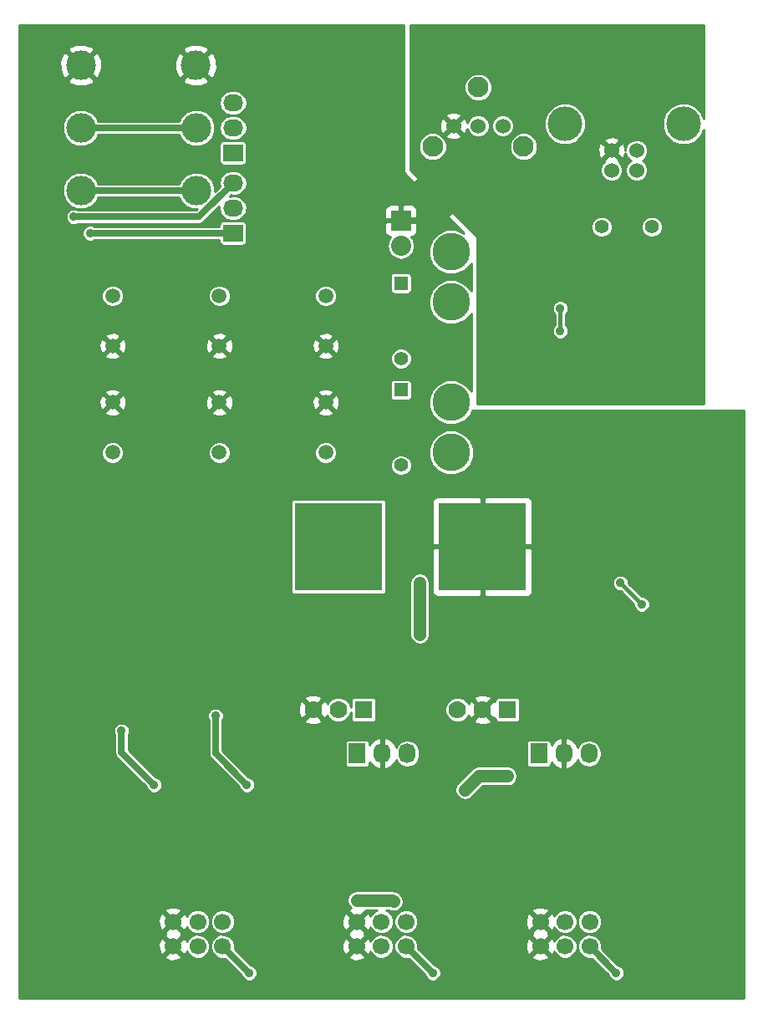
<source format=gbl>
G04 #@! TF.FileFunction,Copper,L2,Bot,Signal*
%FSLAX46Y46*%
G04 Gerber Fmt 4.6, Leading zero omitted, Abs format (unit mm)*
G04 Created by KiCad (PCBNEW 4.0.0-rc2-stable) date 17.11.2015 23:45:42*
%MOMM*%
G01*
G04 APERTURE LIST*
%ADD10C,0.100000*%
%ADD11C,1.524000*%
%ADD12C,3.500000*%
%ADD13C,3.000000*%
%ADD14C,1.700000*%
%ADD15R,2.032000X2.032000*%
%ADD16O,2.032000X2.032000*%
%ADD17R,1.727200X2.032000*%
%ADD18O,1.727200X2.032000*%
%ADD19C,1.422400*%
%ADD20C,3.810000*%
%ADD21R,1.397000X1.397000*%
%ADD22C,1.397000*%
%ADD23C,1.501140*%
%ADD24R,1.778000X1.778000*%
%ADD25C,1.778000*%
%ADD26R,8.890000X8.890000*%
%ADD27R,2.032000X1.727200*%
%ADD28O,2.032000X1.727200*%
%ADD29C,2.100000*%
%ADD30C,0.889000*%
%ADD31C,1.270000*%
%ADD32C,0.381000*%
%ADD33C,0.635000*%
%ADD34C,0.254000*%
G04 APERTURE END LIST*
D10*
D11*
X155330000Y-58399000D03*
X157870000Y-58399000D03*
X157870000Y-56400020D03*
X155330000Y-56400020D03*
D12*
X150600520Y-53700000D03*
X162599480Y-53700000D03*
D13*
X113200000Y-47750000D03*
X101550000Y-47750000D03*
X113250000Y-54100000D03*
X101550000Y-54100000D03*
X113250000Y-60450000D03*
X101550000Y-60450000D03*
D14*
X110900000Y-137000000D03*
X113400000Y-137000000D03*
X115900000Y-137000000D03*
X110900000Y-134500000D03*
X113400000Y-134500000D03*
X115900000Y-134500000D03*
X129500000Y-137000000D03*
X132000000Y-137000000D03*
X134500000Y-137000000D03*
X129500000Y-134500000D03*
X132000000Y-134500000D03*
X134500000Y-134500000D03*
X148100000Y-137000000D03*
X150600000Y-137000000D03*
X153100000Y-137000000D03*
X148100000Y-134500000D03*
X150600000Y-134500000D03*
X153100000Y-134500000D03*
D15*
X133985000Y-63500000D03*
D16*
X133985000Y-66040000D03*
D17*
X147955000Y-117475000D03*
D18*
X150495000Y-117475000D03*
X153035000Y-117475000D03*
D17*
X129540000Y-117475000D03*
D18*
X132080000Y-117475000D03*
X134620000Y-117475000D03*
D19*
X159385000Y-64135000D03*
X154305000Y-64135000D03*
D20*
X139065000Y-66675000D03*
X139065000Y-71755000D03*
X139065000Y-81915000D03*
X139065000Y-86995000D03*
D21*
X133985000Y-80645000D03*
D22*
X133985000Y-88265000D03*
D21*
X133985000Y-69850000D03*
D22*
X133985000Y-77470000D03*
D23*
X126365000Y-86995000D03*
X126365000Y-81915000D03*
X115570000Y-86995000D03*
X115570000Y-81915000D03*
X104775000Y-86995000D03*
X104775000Y-81915000D03*
X115570000Y-76200000D03*
X115570000Y-71120000D03*
X126365000Y-76200000D03*
X126365000Y-71120000D03*
X104775000Y-76200000D03*
X104775000Y-71120000D03*
D24*
X144780000Y-113030000D03*
D25*
X139700000Y-113030000D03*
X142240000Y-113030000D03*
D26*
X142240000Y-96520000D03*
D24*
X130175000Y-113030000D03*
D25*
X125095000Y-113030000D03*
X127635000Y-113030000D03*
D26*
X127635000Y-96520000D03*
D27*
X116967000Y-64770000D03*
D28*
X116967000Y-62230000D03*
X116967000Y-59690000D03*
D27*
X116967000Y-56642000D03*
D28*
X116967000Y-54102000D03*
X116967000Y-51562000D03*
D11*
X141800000Y-53900000D03*
X144300000Y-53900000D03*
X139300000Y-53900000D03*
D29*
X141800000Y-50000000D03*
X146400000Y-56000000D03*
X137200000Y-56000000D03*
D30*
X135890000Y-105410000D03*
X135890000Y-100203000D03*
X140462000Y-121158000D03*
X144780000Y-119761000D03*
X129540000Y-132334000D03*
X133206502Y-132461000D03*
X158369000Y-102362000D03*
X156210000Y-100203000D03*
X118600000Y-139700000D03*
X137200000Y-139700000D03*
X155800000Y-139700000D03*
X100838000Y-63119000D03*
X105664000Y-115189000D03*
X108966000Y-120650000D03*
X118364000Y-120650000D03*
X115189000Y-113665000D03*
X102489000Y-64770000D03*
X150114000Y-72390000D03*
X150114000Y-74676000D03*
X143383000Y-81407000D03*
X146558000Y-71755000D03*
X154051000Y-77089000D03*
X150749000Y-67945000D03*
X162941000Y-67945000D03*
X154051000Y-80264000D03*
X154559000Y-84391500D03*
X159067500Y-84455000D03*
X154940000Y-89281000D03*
X158750000Y-89281000D03*
X160655000Y-89281000D03*
X162560000Y-89281000D03*
X152781000Y-94996000D03*
X161036000Y-94996000D03*
X161925000Y-97536000D03*
X151765000Y-97536000D03*
X147320000Y-108839000D03*
X137160000Y-108839000D03*
X132715000Y-108839000D03*
X101600000Y-115443000D03*
X104521000Y-110617000D03*
X114046000Y-114046000D03*
X115189000Y-111760000D03*
X144145000Y-121666000D03*
X156845000Y-121412000D03*
X156845000Y-130429000D03*
X144145000Y-130556000D03*
X138430000Y-121539000D03*
X138430000Y-130302000D03*
X125730000Y-130556000D03*
X125730000Y-121793000D03*
X120015000Y-121539000D03*
X120015000Y-130429000D03*
X107315000Y-130556000D03*
X107315000Y-121793000D03*
X106680000Y-98679000D03*
X119126000Y-100584000D03*
X139065000Y-61595000D03*
X137795000Y-60325000D03*
X136525000Y-61595000D03*
X135255000Y-60325000D03*
X136525000Y-59055000D03*
X137668000Y-62865000D03*
X164084000Y-78740000D03*
X161671000Y-81407000D03*
X133350000Y-90170000D03*
D31*
X135890000Y-105410000D02*
X135890000Y-100203000D01*
X140462000Y-121158000D02*
X141859000Y-119761000D01*
X141859000Y-119761000D02*
X144780000Y-119761000D01*
X133079502Y-132334000D02*
X129540000Y-132334000D01*
X133206502Y-132461000D02*
X133079502Y-132334000D01*
D32*
X156210000Y-100203000D02*
X158369000Y-102362000D01*
D33*
X115900000Y-137000000D02*
X118600000Y-139700000D01*
X134500000Y-137000000D02*
X137200000Y-139700000D01*
X153100000Y-137000000D02*
X155800000Y-139700000D01*
X100838000Y-63119000D02*
X113030000Y-63119000D01*
X113030000Y-63119000D02*
X113538000Y-63119000D01*
X113538000Y-63119000D02*
X116967000Y-59690000D01*
X105664000Y-115189000D02*
X105664000Y-117348000D01*
X105664000Y-117348000D02*
X108966000Y-120650000D01*
X115189000Y-117475000D02*
X118364000Y-120650000D01*
X115189000Y-113665000D02*
X115189000Y-117475000D01*
X102489000Y-64770000D02*
X116967000Y-64770000D01*
D32*
X150114000Y-74676000D02*
X150114000Y-72390000D01*
D33*
X101550000Y-60450000D02*
X113250000Y-60450000D01*
X101550000Y-54100000D02*
X113250000Y-54100000D01*
X148100000Y-137000000D02*
X148100000Y-137051000D01*
X129500000Y-137000000D02*
X129507000Y-137000000D01*
D32*
X154559000Y-84391500D02*
X154559000Y-84518500D01*
D33*
X137033000Y-63500000D02*
X133985000Y-63500000D01*
X139065000Y-61595000D02*
X137795000Y-60325000D01*
X136525000Y-61595000D02*
X135255000Y-60325000D01*
X137668000Y-62865000D02*
X137033000Y-63500000D01*
D34*
G36*
X134273000Y-58600000D02*
X134283006Y-58649410D01*
X134310197Y-58689803D01*
X135196447Y-59576053D01*
X135238461Y-59603916D01*
X135288004Y-59613238D01*
X135337272Y-59602550D01*
X135360067Y-59589594D01*
X135710067Y-59339594D01*
X135744458Y-59302733D01*
X135761799Y-59255396D01*
X135759356Y-59205042D01*
X135726053Y-59146447D01*
X135204965Y-58625359D01*
X154186802Y-58625359D01*
X154360446Y-59045612D01*
X154681697Y-59367423D01*
X155101646Y-59541801D01*
X155556359Y-59542198D01*
X155976612Y-59368554D01*
X156298423Y-59047303D01*
X156472801Y-58627354D01*
X156473198Y-58172641D01*
X156299554Y-57752388D01*
X156085397Y-57537858D01*
X156130608Y-57380233D01*
X155330000Y-56579625D01*
X154529392Y-57380233D01*
X154574644Y-57538001D01*
X154361577Y-57750697D01*
X154187199Y-58170646D01*
X154186802Y-58625359D01*
X135204965Y-58625359D01*
X134927000Y-58347394D01*
X134927000Y-56283395D01*
X135768752Y-56283395D01*
X135986150Y-56809537D01*
X136388345Y-57212435D01*
X136914108Y-57430751D01*
X137483395Y-57431248D01*
X138009537Y-57213850D01*
X138412435Y-56811655D01*
X138630751Y-56285892D01*
X138630753Y-56283395D01*
X144968752Y-56283395D01*
X145186150Y-56809537D01*
X145588345Y-57212435D01*
X146114108Y-57430751D01*
X146683395Y-57431248D01*
X147209537Y-57213850D01*
X147612435Y-56811655D01*
X147830751Y-56285892D01*
X147830832Y-56192322D01*
X153920856Y-56192322D01*
X153948638Y-56747388D01*
X154107603Y-57131163D01*
X154349787Y-57200628D01*
X155150395Y-56400020D01*
X155509605Y-56400020D01*
X156310213Y-57200628D01*
X156552397Y-57131163D01*
X156729852Y-56633762D01*
X156900446Y-57046632D01*
X157221697Y-57368443D01*
X157296178Y-57399370D01*
X157223388Y-57429446D01*
X156901577Y-57750697D01*
X156727199Y-58170646D01*
X156726802Y-58625359D01*
X156900446Y-59045612D01*
X157221697Y-59367423D01*
X157641646Y-59541801D01*
X158096359Y-59542198D01*
X158516612Y-59368554D01*
X158838423Y-59047303D01*
X159012801Y-58627354D01*
X159013198Y-58172641D01*
X158839554Y-57752388D01*
X158518303Y-57430577D01*
X158443822Y-57399650D01*
X158516612Y-57369574D01*
X158838423Y-57048323D01*
X159012801Y-56628374D01*
X159013198Y-56173661D01*
X158839554Y-55753408D01*
X158518303Y-55431597D01*
X158098354Y-55257219D01*
X157643641Y-55256822D01*
X157223388Y-55430466D01*
X156901577Y-55751717D01*
X156727199Y-56171666D01*
X156727030Y-56365680D01*
X156711362Y-56052652D01*
X156552397Y-55668877D01*
X156310213Y-55599412D01*
X155509605Y-56400020D01*
X155150395Y-56400020D01*
X154349787Y-55599412D01*
X154107603Y-55668877D01*
X153920856Y-56192322D01*
X147830832Y-56192322D01*
X147831248Y-55716605D01*
X147613850Y-55190463D01*
X147211655Y-54787565D01*
X146685892Y-54569249D01*
X146116605Y-54568752D01*
X145590463Y-54786150D01*
X145187565Y-55188345D01*
X144969249Y-55714108D01*
X144968752Y-56283395D01*
X138630753Y-56283395D01*
X138631248Y-55716605D01*
X138413850Y-55190463D01*
X138104142Y-54880213D01*
X138499392Y-54880213D01*
X138568857Y-55122397D01*
X139092302Y-55309144D01*
X139647368Y-55281362D01*
X140031143Y-55122397D01*
X140100608Y-54880213D01*
X139300000Y-54079605D01*
X138499392Y-54880213D01*
X138104142Y-54880213D01*
X138011655Y-54787565D01*
X137485892Y-54569249D01*
X136916605Y-54568752D01*
X136390463Y-54786150D01*
X135987565Y-55188345D01*
X135769249Y-55714108D01*
X135768752Y-56283395D01*
X134927000Y-56283395D01*
X134927000Y-53692302D01*
X137890856Y-53692302D01*
X137918638Y-54247368D01*
X138077603Y-54631143D01*
X138319787Y-54700608D01*
X139120395Y-53900000D01*
X139479605Y-53900000D01*
X140280213Y-54700608D01*
X140522397Y-54631143D01*
X140681318Y-54185693D01*
X140830446Y-54546612D01*
X141151697Y-54868423D01*
X141571646Y-55042801D01*
X142026359Y-55043198D01*
X142446612Y-54869554D01*
X142768423Y-54548303D01*
X142942801Y-54128354D01*
X142942802Y-54126359D01*
X143156802Y-54126359D01*
X143330446Y-54546612D01*
X143651697Y-54868423D01*
X144071646Y-55042801D01*
X144526359Y-55043198D01*
X144946612Y-54869554D01*
X145268423Y-54548303D01*
X145442801Y-54128354D01*
X145442806Y-54122022D01*
X148469151Y-54122022D01*
X148792893Y-54905538D01*
X149391829Y-55505521D01*
X150174778Y-55830630D01*
X151022542Y-55831369D01*
X151806058Y-55507627D01*
X151894031Y-55419807D01*
X154529392Y-55419807D01*
X155330000Y-56220415D01*
X156130608Y-55419807D01*
X156061143Y-55177623D01*
X155537698Y-54990876D01*
X154982632Y-55018658D01*
X154598857Y-55177623D01*
X154529392Y-55419807D01*
X151894031Y-55419807D01*
X152406041Y-54908691D01*
X152731150Y-54125742D01*
X152731889Y-53277978D01*
X152408147Y-52494462D01*
X151809211Y-51894479D01*
X151026262Y-51569370D01*
X150178498Y-51568631D01*
X149394982Y-51892373D01*
X148794999Y-52491309D01*
X148469890Y-53274258D01*
X148469151Y-54122022D01*
X145442806Y-54122022D01*
X145443198Y-53673641D01*
X145269554Y-53253388D01*
X144948303Y-52931577D01*
X144528354Y-52757199D01*
X144073641Y-52756802D01*
X143653388Y-52930446D01*
X143331577Y-53251697D01*
X143157199Y-53671646D01*
X143156802Y-54126359D01*
X142942802Y-54126359D01*
X142943198Y-53673641D01*
X142769554Y-53253388D01*
X142448303Y-52931577D01*
X142028354Y-52757199D01*
X141573641Y-52756802D01*
X141153388Y-52930446D01*
X140831577Y-53251697D01*
X140684079Y-53606912D01*
X140681362Y-53552632D01*
X140522397Y-53168857D01*
X140280213Y-53099392D01*
X139479605Y-53900000D01*
X139120395Y-53900000D01*
X138319787Y-53099392D01*
X138077603Y-53168857D01*
X137890856Y-53692302D01*
X134927000Y-53692302D01*
X134927000Y-52919787D01*
X138499392Y-52919787D01*
X139300000Y-53720395D01*
X140100608Y-52919787D01*
X140031143Y-52677603D01*
X139507698Y-52490856D01*
X138952632Y-52518638D01*
X138568857Y-52677603D01*
X138499392Y-52919787D01*
X134927000Y-52919787D01*
X134927000Y-50283395D01*
X140368752Y-50283395D01*
X140586150Y-50809537D01*
X140988345Y-51212435D01*
X141514108Y-51430751D01*
X142083395Y-51431248D01*
X142609537Y-51213850D01*
X143012435Y-50811655D01*
X143230751Y-50285892D01*
X143231248Y-49716605D01*
X143013850Y-49190463D01*
X142611655Y-48787565D01*
X142085892Y-48569249D01*
X141516605Y-48568752D01*
X140990463Y-48786150D01*
X140587565Y-49188345D01*
X140369249Y-49714108D01*
X140368752Y-50283395D01*
X134927000Y-50283395D01*
X134927000Y-43727000D01*
X164673000Y-43727000D01*
X164673000Y-53137973D01*
X164407107Y-52494462D01*
X163808171Y-51894479D01*
X163025222Y-51569370D01*
X162177458Y-51568631D01*
X161393942Y-51892373D01*
X160793959Y-52491309D01*
X160468850Y-53274258D01*
X160468111Y-54122022D01*
X160791853Y-54905538D01*
X161390789Y-55505521D01*
X162173738Y-55830630D01*
X163021502Y-55831369D01*
X163805018Y-55507627D01*
X164405001Y-54908691D01*
X164673000Y-54263278D01*
X164673000Y-82073000D01*
X141727000Y-82073000D01*
X141727000Y-72553482D01*
X149288357Y-72553482D01*
X149413767Y-72856998D01*
X149542500Y-72985956D01*
X149542500Y-74080087D01*
X149414583Y-74207781D01*
X149288643Y-74511077D01*
X149288357Y-74839482D01*
X149413767Y-75142998D01*
X149645781Y-75375417D01*
X149949077Y-75501357D01*
X150277482Y-75501643D01*
X150580998Y-75376233D01*
X150813417Y-75144219D01*
X150939357Y-74840923D01*
X150939643Y-74512518D01*
X150814233Y-74209002D01*
X150685500Y-74080044D01*
X150685500Y-72985913D01*
X150813417Y-72858219D01*
X150939357Y-72554923D01*
X150939643Y-72226518D01*
X150814233Y-71923002D01*
X150582219Y-71690583D01*
X150278923Y-71564643D01*
X149950518Y-71564357D01*
X149647002Y-71689767D01*
X149414583Y-71921781D01*
X149288643Y-72225077D01*
X149288357Y-72553482D01*
X141727000Y-72553482D01*
X141727000Y-65200000D01*
X141716994Y-65150590D01*
X141689803Y-65110197D01*
X140930905Y-64351299D01*
X153212611Y-64351299D01*
X153378538Y-64752873D01*
X153685511Y-65060382D01*
X154086795Y-65227010D01*
X154521299Y-65227389D01*
X154922873Y-65061462D01*
X155230382Y-64754489D01*
X155397010Y-64353205D01*
X155397011Y-64351299D01*
X158292611Y-64351299D01*
X158458538Y-64752873D01*
X158765511Y-65060382D01*
X159166795Y-65227010D01*
X159601299Y-65227389D01*
X160002873Y-65061462D01*
X160310382Y-64754489D01*
X160477010Y-64353205D01*
X160477389Y-63918701D01*
X160311462Y-63517127D01*
X160004489Y-63209618D01*
X159603205Y-63042990D01*
X159168701Y-63042611D01*
X158767127Y-63208538D01*
X158459618Y-63515511D01*
X158292990Y-63916795D01*
X158292611Y-64351299D01*
X155397011Y-64351299D01*
X155397389Y-63918701D01*
X155231462Y-63517127D01*
X154924489Y-63209618D01*
X154523205Y-63042990D01*
X154088701Y-63042611D01*
X153687127Y-63208538D01*
X153379618Y-63515511D01*
X153212990Y-63916795D01*
X153212611Y-64351299D01*
X140930905Y-64351299D01*
X139254803Y-62675197D01*
X139212789Y-62647334D01*
X139163246Y-62638012D01*
X139113978Y-62648700D01*
X139075197Y-62675197D01*
X138775197Y-62975197D01*
X138747334Y-63017211D01*
X138738012Y-63066754D01*
X138748700Y-63116022D01*
X138775197Y-63154803D01*
X140356377Y-64735983D01*
X139521708Y-64389398D01*
X138612281Y-64388604D01*
X137771777Y-64735894D01*
X137128154Y-65378395D01*
X136779398Y-66218292D01*
X136778604Y-67127719D01*
X137125894Y-67968223D01*
X137768395Y-68611846D01*
X138608292Y-68960602D01*
X139517719Y-68961396D01*
X140358223Y-68614106D01*
X141001846Y-67971605D01*
X141073000Y-67800247D01*
X141073000Y-70628513D01*
X141004106Y-70461777D01*
X140361605Y-69818154D01*
X139521708Y-69469398D01*
X138612281Y-69468604D01*
X137771777Y-69815894D01*
X137128154Y-70458395D01*
X136779398Y-71298292D01*
X136778604Y-72207719D01*
X137125894Y-73048223D01*
X137768395Y-73691846D01*
X138608292Y-74040602D01*
X139517719Y-74041396D01*
X140358223Y-73694106D01*
X141001846Y-73051605D01*
X141073000Y-72880247D01*
X141073000Y-80788513D01*
X141004106Y-80621777D01*
X140361605Y-79978154D01*
X139521708Y-79629398D01*
X138612281Y-79628604D01*
X137771777Y-79975894D01*
X137128154Y-80618395D01*
X136779398Y-81458292D01*
X136778604Y-82367719D01*
X137125894Y-83208223D01*
X137768395Y-83851846D01*
X138608292Y-84200602D01*
X139517719Y-84201396D01*
X140358223Y-83854106D01*
X141001846Y-83211605D01*
X141203072Y-82727000D01*
X168673000Y-82727000D01*
X168673000Y-142273000D01*
X95327000Y-142273000D01*
X95327000Y-138043958D01*
X110035647Y-138043958D01*
X110115920Y-138295259D01*
X110671279Y-138496718D01*
X111261458Y-138470315D01*
X111684080Y-138295259D01*
X111764353Y-138043958D01*
X110900000Y-137179605D01*
X110035647Y-138043958D01*
X95327000Y-138043958D01*
X95327000Y-136771279D01*
X109403282Y-136771279D01*
X109429685Y-137361458D01*
X109604741Y-137784080D01*
X109856042Y-137864353D01*
X110720395Y-137000000D01*
X111079605Y-137000000D01*
X111943958Y-137864353D01*
X112195259Y-137784080D01*
X112287250Y-137530490D01*
X112355800Y-137696395D01*
X112701784Y-138042983D01*
X113154065Y-138230786D01*
X113643787Y-138231213D01*
X114096395Y-138044200D01*
X114442983Y-137698216D01*
X114630786Y-137245935D01*
X114630787Y-137243787D01*
X114668787Y-137243787D01*
X114855800Y-137696395D01*
X115201784Y-138042983D01*
X115654065Y-138230786D01*
X116143385Y-138231213D01*
X117774358Y-139862186D01*
X117774357Y-139863482D01*
X117899767Y-140166998D01*
X118131781Y-140399417D01*
X118435077Y-140525357D01*
X118763482Y-140525643D01*
X119066998Y-140400233D01*
X119299417Y-140168219D01*
X119425357Y-139864923D01*
X119425643Y-139536518D01*
X119300233Y-139233002D01*
X119068219Y-139000583D01*
X118764923Y-138874643D01*
X118762469Y-138874641D01*
X117931786Y-138043958D01*
X128635647Y-138043958D01*
X128715920Y-138295259D01*
X129271279Y-138496718D01*
X129861458Y-138470315D01*
X130284080Y-138295259D01*
X130364353Y-138043958D01*
X129500000Y-137179605D01*
X128635647Y-138043958D01*
X117931786Y-138043958D01*
X117130789Y-137242961D01*
X117131199Y-136771279D01*
X128003282Y-136771279D01*
X128029685Y-137361458D01*
X128204741Y-137784080D01*
X128456042Y-137864353D01*
X129320395Y-137000000D01*
X129679605Y-137000000D01*
X130543958Y-137864353D01*
X130795259Y-137784080D01*
X130887250Y-137530490D01*
X130955800Y-137696395D01*
X131301784Y-138042983D01*
X131754065Y-138230786D01*
X132243787Y-138231213D01*
X132696395Y-138044200D01*
X133042983Y-137698216D01*
X133230786Y-137245935D01*
X133230787Y-137243787D01*
X133268787Y-137243787D01*
X133455800Y-137696395D01*
X133801784Y-138042983D01*
X134254065Y-138230786D01*
X134743385Y-138231213D01*
X136374358Y-139862186D01*
X136374357Y-139863482D01*
X136499767Y-140166998D01*
X136731781Y-140399417D01*
X137035077Y-140525357D01*
X137363482Y-140525643D01*
X137666998Y-140400233D01*
X137899417Y-140168219D01*
X138025357Y-139864923D01*
X138025643Y-139536518D01*
X137900233Y-139233002D01*
X137668219Y-139000583D01*
X137364923Y-138874643D01*
X137362469Y-138874641D01*
X136531786Y-138043958D01*
X147235647Y-138043958D01*
X147315920Y-138295259D01*
X147871279Y-138496718D01*
X148461458Y-138470315D01*
X148884080Y-138295259D01*
X148964353Y-138043958D01*
X148100000Y-137179605D01*
X147235647Y-138043958D01*
X136531786Y-138043958D01*
X135730789Y-137242961D01*
X135731199Y-136771279D01*
X146603282Y-136771279D01*
X146629685Y-137361458D01*
X146804741Y-137784080D01*
X147056042Y-137864353D01*
X147920395Y-137000000D01*
X148279605Y-137000000D01*
X149143958Y-137864353D01*
X149395259Y-137784080D01*
X149487250Y-137530490D01*
X149555800Y-137696395D01*
X149901784Y-138042983D01*
X150354065Y-138230786D01*
X150843787Y-138231213D01*
X151296395Y-138044200D01*
X151642983Y-137698216D01*
X151830786Y-137245935D01*
X151830787Y-137243787D01*
X151868787Y-137243787D01*
X152055800Y-137696395D01*
X152401784Y-138042983D01*
X152854065Y-138230786D01*
X153343385Y-138231213D01*
X154974358Y-139862186D01*
X154974357Y-139863482D01*
X155099767Y-140166998D01*
X155331781Y-140399417D01*
X155635077Y-140525357D01*
X155963482Y-140525643D01*
X156266998Y-140400233D01*
X156499417Y-140168219D01*
X156625357Y-139864923D01*
X156625643Y-139536518D01*
X156500233Y-139233002D01*
X156268219Y-139000583D01*
X155964923Y-138874643D01*
X155962469Y-138874641D01*
X154330789Y-137242961D01*
X154331213Y-136756213D01*
X154144200Y-136303605D01*
X153798216Y-135957017D01*
X153345935Y-135769214D01*
X152856213Y-135768787D01*
X152403605Y-135955800D01*
X152057017Y-136301784D01*
X151869214Y-136754065D01*
X151868787Y-137243787D01*
X151830787Y-137243787D01*
X151831213Y-136756213D01*
X151644200Y-136303605D01*
X151298216Y-135957017D01*
X150845935Y-135769214D01*
X150356213Y-135768787D01*
X149903605Y-135955800D01*
X149557017Y-136301784D01*
X149493843Y-136453923D01*
X149395259Y-136215920D01*
X149143958Y-136135647D01*
X148279605Y-137000000D01*
X147920395Y-137000000D01*
X147056042Y-136135647D01*
X146804741Y-136215920D01*
X146603282Y-136771279D01*
X135731199Y-136771279D01*
X135731213Y-136756213D01*
X135544200Y-136303605D01*
X135198216Y-135957017D01*
X134745935Y-135769214D01*
X134256213Y-135768787D01*
X133803605Y-135955800D01*
X133457017Y-136301784D01*
X133269214Y-136754065D01*
X133268787Y-137243787D01*
X133230787Y-137243787D01*
X133231213Y-136756213D01*
X133044200Y-136303605D01*
X132698216Y-135957017D01*
X132245935Y-135769214D01*
X131756213Y-135768787D01*
X131303605Y-135955800D01*
X130957017Y-136301784D01*
X130893843Y-136453923D01*
X130795259Y-136215920D01*
X130543958Y-136135647D01*
X129679605Y-137000000D01*
X129320395Y-137000000D01*
X128456042Y-136135647D01*
X128204741Y-136215920D01*
X128003282Y-136771279D01*
X117131199Y-136771279D01*
X117131213Y-136756213D01*
X116944200Y-136303605D01*
X116598216Y-135957017D01*
X116145935Y-135769214D01*
X115656213Y-135768787D01*
X115203605Y-135955800D01*
X114857017Y-136301784D01*
X114669214Y-136754065D01*
X114668787Y-137243787D01*
X114630787Y-137243787D01*
X114631213Y-136756213D01*
X114444200Y-136303605D01*
X114098216Y-135957017D01*
X113645935Y-135769214D01*
X113156213Y-135768787D01*
X112703605Y-135955800D01*
X112357017Y-136301784D01*
X112293843Y-136453923D01*
X112195259Y-136215920D01*
X111943958Y-136135647D01*
X111079605Y-137000000D01*
X110720395Y-137000000D01*
X109856042Y-136135647D01*
X109604741Y-136215920D01*
X109403282Y-136771279D01*
X95327000Y-136771279D01*
X95327000Y-135543958D01*
X110035647Y-135543958D01*
X110101463Y-135750000D01*
X110035647Y-135956042D01*
X110900000Y-136820395D01*
X111764353Y-135956042D01*
X111698537Y-135750000D01*
X111764353Y-135543958D01*
X110900000Y-134679605D01*
X110035647Y-135543958D01*
X95327000Y-135543958D01*
X95327000Y-134271279D01*
X109403282Y-134271279D01*
X109429685Y-134861458D01*
X109604741Y-135284080D01*
X109856042Y-135364353D01*
X110720395Y-134500000D01*
X111079605Y-134500000D01*
X111943958Y-135364353D01*
X112195259Y-135284080D01*
X112287250Y-135030490D01*
X112355800Y-135196395D01*
X112701784Y-135542983D01*
X113154065Y-135730786D01*
X113643787Y-135731213D01*
X114096395Y-135544200D01*
X114442983Y-135198216D01*
X114630786Y-134745935D01*
X114630787Y-134743787D01*
X114668787Y-134743787D01*
X114855800Y-135196395D01*
X115201784Y-135542983D01*
X115654065Y-135730786D01*
X116143787Y-135731213D01*
X116596395Y-135544200D01*
X116596637Y-135543958D01*
X128635647Y-135543958D01*
X128701463Y-135750000D01*
X128635647Y-135956042D01*
X129500000Y-136820395D01*
X130364353Y-135956042D01*
X130298537Y-135750000D01*
X130364353Y-135543958D01*
X129500000Y-134679605D01*
X128635647Y-135543958D01*
X116596637Y-135543958D01*
X116942983Y-135198216D01*
X117130786Y-134745935D01*
X117131199Y-134271279D01*
X128003282Y-134271279D01*
X128029685Y-134861458D01*
X128204741Y-135284080D01*
X128456042Y-135364353D01*
X129320395Y-134500000D01*
X128456042Y-133635647D01*
X128204741Y-133715920D01*
X128003282Y-134271279D01*
X117131199Y-134271279D01*
X117131213Y-134256213D01*
X116944200Y-133803605D01*
X116598216Y-133457017D01*
X116145935Y-133269214D01*
X115656213Y-133268787D01*
X115203605Y-133455800D01*
X114857017Y-133801784D01*
X114669214Y-134254065D01*
X114668787Y-134743787D01*
X114630787Y-134743787D01*
X114631213Y-134256213D01*
X114444200Y-133803605D01*
X114098216Y-133457017D01*
X113645935Y-133269214D01*
X113156213Y-133268787D01*
X112703605Y-133455800D01*
X112357017Y-133801784D01*
X112293843Y-133953923D01*
X112195259Y-133715920D01*
X111943958Y-133635647D01*
X111079605Y-134500000D01*
X110720395Y-134500000D01*
X109856042Y-133635647D01*
X109604741Y-133715920D01*
X109403282Y-134271279D01*
X95327000Y-134271279D01*
X95327000Y-133456042D01*
X110035647Y-133456042D01*
X110900000Y-134320395D01*
X111764353Y-133456042D01*
X111684080Y-133204741D01*
X111128721Y-133003282D01*
X110538542Y-133029685D01*
X110115920Y-133204741D01*
X110035647Y-133456042D01*
X95327000Y-133456042D01*
X95327000Y-132334000D01*
X128524000Y-132334000D01*
X128601338Y-132722806D01*
X128821580Y-133052420D01*
X128921872Y-133119433D01*
X128715920Y-133204741D01*
X128635647Y-133456042D01*
X129500000Y-134320395D01*
X130364353Y-133456042D01*
X130330480Y-133350000D01*
X131559662Y-133350000D01*
X131303605Y-133455800D01*
X130957017Y-133801784D01*
X130893843Y-133953923D01*
X130795259Y-133715920D01*
X130543958Y-133635647D01*
X129679605Y-134500000D01*
X130543958Y-135364353D01*
X130795259Y-135284080D01*
X130887250Y-135030490D01*
X130955800Y-135196395D01*
X131301784Y-135542983D01*
X131754065Y-135730786D01*
X132243787Y-135731213D01*
X132696395Y-135544200D01*
X133042983Y-135198216D01*
X133230786Y-134745935D01*
X133230787Y-134743787D01*
X133268787Y-134743787D01*
X133455800Y-135196395D01*
X133801784Y-135542983D01*
X134254065Y-135730786D01*
X134743787Y-135731213D01*
X135196395Y-135544200D01*
X135196637Y-135543958D01*
X147235647Y-135543958D01*
X147301463Y-135750000D01*
X147235647Y-135956042D01*
X148100000Y-136820395D01*
X148964353Y-135956042D01*
X148898537Y-135750000D01*
X148964353Y-135543958D01*
X148100000Y-134679605D01*
X147235647Y-135543958D01*
X135196637Y-135543958D01*
X135542983Y-135198216D01*
X135730786Y-134745935D01*
X135731199Y-134271279D01*
X146603282Y-134271279D01*
X146629685Y-134861458D01*
X146804741Y-135284080D01*
X147056042Y-135364353D01*
X147920395Y-134500000D01*
X148279605Y-134500000D01*
X149143958Y-135364353D01*
X149395259Y-135284080D01*
X149487250Y-135030490D01*
X149555800Y-135196395D01*
X149901784Y-135542983D01*
X150354065Y-135730786D01*
X150843787Y-135731213D01*
X151296395Y-135544200D01*
X151642983Y-135198216D01*
X151830786Y-134745935D01*
X151830787Y-134743787D01*
X151868787Y-134743787D01*
X152055800Y-135196395D01*
X152401784Y-135542983D01*
X152854065Y-135730786D01*
X153343787Y-135731213D01*
X153796395Y-135544200D01*
X154142983Y-135198216D01*
X154330786Y-134745935D01*
X154331213Y-134256213D01*
X154144200Y-133803605D01*
X153798216Y-133457017D01*
X153345935Y-133269214D01*
X152856213Y-133268787D01*
X152403605Y-133455800D01*
X152057017Y-133801784D01*
X151869214Y-134254065D01*
X151868787Y-134743787D01*
X151830787Y-134743787D01*
X151831213Y-134256213D01*
X151644200Y-133803605D01*
X151298216Y-133457017D01*
X150845935Y-133269214D01*
X150356213Y-133268787D01*
X149903605Y-133455800D01*
X149557017Y-133801784D01*
X149493843Y-133953923D01*
X149395259Y-133715920D01*
X149143958Y-133635647D01*
X148279605Y-134500000D01*
X147920395Y-134500000D01*
X147056042Y-133635647D01*
X146804741Y-133715920D01*
X146603282Y-134271279D01*
X135731199Y-134271279D01*
X135731213Y-134256213D01*
X135544200Y-133803605D01*
X135198216Y-133457017D01*
X135195868Y-133456042D01*
X147235647Y-133456042D01*
X148100000Y-134320395D01*
X148964353Y-133456042D01*
X148884080Y-133204741D01*
X148328721Y-133003282D01*
X147738542Y-133029685D01*
X147315920Y-133204741D01*
X147235647Y-133456042D01*
X135195868Y-133456042D01*
X134745935Y-133269214D01*
X134256213Y-133268787D01*
X133803605Y-133455800D01*
X133457017Y-133801784D01*
X133269214Y-134254065D01*
X133268787Y-134743787D01*
X133230787Y-134743787D01*
X133231213Y-134256213D01*
X133044200Y-133803605D01*
X132698216Y-133457017D01*
X132440490Y-133350000D01*
X132743371Y-133350000D01*
X132817695Y-133399662D01*
X133206502Y-133476999D01*
X133595309Y-133399662D01*
X133924922Y-133179420D01*
X134145164Y-132849807D01*
X134222501Y-132461000D01*
X134145164Y-132072193D01*
X133924922Y-131742579D01*
X133797922Y-131615580D01*
X133468309Y-131395338D01*
X133403802Y-131382507D01*
X133079502Y-131318000D01*
X129540000Y-131318000D01*
X129151194Y-131395338D01*
X128821580Y-131615580D01*
X128601338Y-131945194D01*
X128524000Y-132334000D01*
X95327000Y-132334000D01*
X95327000Y-115352482D01*
X104838357Y-115352482D01*
X104963767Y-115655998D01*
X104965500Y-115657734D01*
X104965500Y-117348000D01*
X105018670Y-117615305D01*
X105170086Y-117841914D01*
X108140358Y-120812186D01*
X108140357Y-120813482D01*
X108265767Y-121116998D01*
X108497781Y-121349417D01*
X108801077Y-121475357D01*
X109129482Y-121475643D01*
X109432998Y-121350233D01*
X109665417Y-121118219D01*
X109791357Y-120814923D01*
X109791643Y-120486518D01*
X109666233Y-120183002D01*
X109434219Y-119950583D01*
X109130923Y-119824643D01*
X109128469Y-119824641D01*
X106362500Y-117058672D01*
X106362500Y-115658134D01*
X106363417Y-115657219D01*
X106489357Y-115353923D01*
X106489643Y-115025518D01*
X106364233Y-114722002D01*
X106132219Y-114489583D01*
X105828923Y-114363643D01*
X105500518Y-114363357D01*
X105197002Y-114488767D01*
X104964583Y-114720781D01*
X104838643Y-115024077D01*
X104838357Y-115352482D01*
X95327000Y-115352482D01*
X95327000Y-113828482D01*
X114363357Y-113828482D01*
X114488767Y-114131998D01*
X114490500Y-114133734D01*
X114490500Y-117475000D01*
X114543670Y-117742305D01*
X114695086Y-117968914D01*
X117538358Y-120812186D01*
X117538357Y-120813482D01*
X117663767Y-121116998D01*
X117895781Y-121349417D01*
X118199077Y-121475357D01*
X118527482Y-121475643D01*
X118830998Y-121350233D01*
X119023566Y-121158000D01*
X139446001Y-121158000D01*
X139523338Y-121546807D01*
X139743580Y-121876420D01*
X140073193Y-122096662D01*
X140462000Y-122173999D01*
X140850807Y-122096662D01*
X141180420Y-121876420D01*
X142279841Y-120777000D01*
X144780000Y-120777000D01*
X145168806Y-120699662D01*
X145498420Y-120479420D01*
X145718662Y-120149806D01*
X145796000Y-119761000D01*
X145718662Y-119372194D01*
X145498420Y-119042580D01*
X145168806Y-118822338D01*
X144780000Y-118745000D01*
X141859000Y-118745000D01*
X141470194Y-118822338D01*
X141384699Y-118879464D01*
X141140579Y-119042580D01*
X139743580Y-120439580D01*
X139523338Y-120769193D01*
X139446001Y-121158000D01*
X119023566Y-121158000D01*
X119063417Y-121118219D01*
X119189357Y-120814923D01*
X119189643Y-120486518D01*
X119064233Y-120183002D01*
X118832219Y-119950583D01*
X118528923Y-119824643D01*
X118526469Y-119824641D01*
X115887500Y-117185672D01*
X115887500Y-116459000D01*
X128287936Y-116459000D01*
X128287936Y-118491000D01*
X128314503Y-118632190D01*
X128397946Y-118761865D01*
X128525266Y-118848859D01*
X128676400Y-118879464D01*
X130403600Y-118879464D01*
X130544790Y-118852897D01*
X130674465Y-118769454D01*
X130761459Y-118642134D01*
X130792064Y-118491000D01*
X130792064Y-118393817D01*
X131177964Y-118825732D01*
X131705209Y-119079709D01*
X131720974Y-119082358D01*
X131953000Y-118961217D01*
X131953000Y-117602000D01*
X131933000Y-117602000D01*
X131933000Y-117348000D01*
X131953000Y-117348000D01*
X131953000Y-115988783D01*
X132207000Y-115988783D01*
X132207000Y-117348000D01*
X132227000Y-117348000D01*
X132227000Y-117602000D01*
X132207000Y-117602000D01*
X132207000Y-118961217D01*
X132439026Y-119082358D01*
X132454791Y-119079709D01*
X132982036Y-118825732D01*
X133371954Y-118389320D01*
X133467296Y-118116757D01*
X133470140Y-118131057D01*
X133739935Y-118534834D01*
X134143712Y-118804629D01*
X134620000Y-118899369D01*
X135096288Y-118804629D01*
X135500065Y-118534834D01*
X135769860Y-118131057D01*
X135864600Y-117654769D01*
X135864600Y-117295231D01*
X135769860Y-116818943D01*
X135529354Y-116459000D01*
X146702936Y-116459000D01*
X146702936Y-118491000D01*
X146729503Y-118632190D01*
X146812946Y-118761865D01*
X146940266Y-118848859D01*
X147091400Y-118879464D01*
X148818600Y-118879464D01*
X148959790Y-118852897D01*
X149089465Y-118769454D01*
X149176459Y-118642134D01*
X149207064Y-118491000D01*
X149207064Y-118393817D01*
X149592964Y-118825732D01*
X150120209Y-119079709D01*
X150135974Y-119082358D01*
X150368000Y-118961217D01*
X150368000Y-117602000D01*
X150348000Y-117602000D01*
X150348000Y-117348000D01*
X150368000Y-117348000D01*
X150368000Y-115988783D01*
X150622000Y-115988783D01*
X150622000Y-117348000D01*
X150642000Y-117348000D01*
X150642000Y-117602000D01*
X150622000Y-117602000D01*
X150622000Y-118961217D01*
X150854026Y-119082358D01*
X150869791Y-119079709D01*
X151397036Y-118825732D01*
X151786954Y-118389320D01*
X151882296Y-118116757D01*
X151885140Y-118131057D01*
X152154935Y-118534834D01*
X152558712Y-118804629D01*
X153035000Y-118899369D01*
X153511288Y-118804629D01*
X153915065Y-118534834D01*
X154184860Y-118131057D01*
X154279600Y-117654769D01*
X154279600Y-117295231D01*
X154184860Y-116818943D01*
X153915065Y-116415166D01*
X153511288Y-116145371D01*
X153035000Y-116050631D01*
X152558712Y-116145371D01*
X152154935Y-116415166D01*
X151885140Y-116818943D01*
X151882296Y-116833243D01*
X151786954Y-116560680D01*
X151397036Y-116124268D01*
X150869791Y-115870291D01*
X150854026Y-115867642D01*
X150622000Y-115988783D01*
X150368000Y-115988783D01*
X150135974Y-115867642D01*
X150120209Y-115870291D01*
X149592964Y-116124268D01*
X149207064Y-116556183D01*
X149207064Y-116459000D01*
X149180497Y-116317810D01*
X149097054Y-116188135D01*
X148969734Y-116101141D01*
X148818600Y-116070536D01*
X147091400Y-116070536D01*
X146950210Y-116097103D01*
X146820535Y-116180546D01*
X146733541Y-116307866D01*
X146702936Y-116459000D01*
X135529354Y-116459000D01*
X135500065Y-116415166D01*
X135096288Y-116145371D01*
X134620000Y-116050631D01*
X134143712Y-116145371D01*
X133739935Y-116415166D01*
X133470140Y-116818943D01*
X133467296Y-116833243D01*
X133371954Y-116560680D01*
X132982036Y-116124268D01*
X132454791Y-115870291D01*
X132439026Y-115867642D01*
X132207000Y-115988783D01*
X131953000Y-115988783D01*
X131720974Y-115867642D01*
X131705209Y-115870291D01*
X131177964Y-116124268D01*
X130792064Y-116556183D01*
X130792064Y-116459000D01*
X130765497Y-116317810D01*
X130682054Y-116188135D01*
X130554734Y-116101141D01*
X130403600Y-116070536D01*
X128676400Y-116070536D01*
X128535210Y-116097103D01*
X128405535Y-116180546D01*
X128318541Y-116307866D01*
X128287936Y-116459000D01*
X115887500Y-116459000D01*
X115887500Y-114134134D01*
X115888417Y-114133219D01*
X115901298Y-114102196D01*
X124202409Y-114102196D01*
X124287467Y-114357539D01*
X124856965Y-114565516D01*
X125462700Y-114539723D01*
X125902533Y-114357539D01*
X125987591Y-114102196D01*
X125095000Y-113209605D01*
X124202409Y-114102196D01*
X115901298Y-114102196D01*
X116014357Y-113829923D01*
X116014643Y-113501518D01*
X115889233Y-113198002D01*
X115657219Y-112965583D01*
X115353923Y-112839643D01*
X115025518Y-112839357D01*
X114722002Y-112964767D01*
X114489583Y-113196781D01*
X114363643Y-113500077D01*
X114363357Y-113828482D01*
X95327000Y-113828482D01*
X95327000Y-112791965D01*
X123559484Y-112791965D01*
X123585277Y-113397700D01*
X123767461Y-113837533D01*
X124022804Y-113922591D01*
X124915395Y-113030000D01*
X125274605Y-113030000D01*
X126167196Y-113922591D01*
X126422539Y-113837533D01*
X126503229Y-113616583D01*
X126557718Y-113748458D01*
X126914663Y-114106026D01*
X127381273Y-114299779D01*
X127886510Y-114300220D01*
X128353458Y-114107282D01*
X128711026Y-113750337D01*
X128897536Y-113301170D01*
X128897536Y-113919000D01*
X128924103Y-114060190D01*
X129007546Y-114189865D01*
X129134866Y-114276859D01*
X129286000Y-114307464D01*
X131064000Y-114307464D01*
X131205190Y-114280897D01*
X131334865Y-114197454D01*
X131421859Y-114070134D01*
X131452464Y-113919000D01*
X131452464Y-113281510D01*
X138429780Y-113281510D01*
X138622718Y-113748458D01*
X138979663Y-114106026D01*
X139446273Y-114299779D01*
X139951510Y-114300220D01*
X140418458Y-114107282D01*
X140423552Y-114102196D01*
X141347409Y-114102196D01*
X141432467Y-114357539D01*
X142001965Y-114565516D01*
X142607700Y-114539723D01*
X143047533Y-114357539D01*
X143132591Y-114102196D01*
X142240000Y-113209605D01*
X141347409Y-114102196D01*
X140423552Y-114102196D01*
X140776026Y-113750337D01*
X140826247Y-113629392D01*
X140912461Y-113837533D01*
X141167804Y-113922591D01*
X142060395Y-113030000D01*
X142419605Y-113030000D01*
X143312196Y-113922591D01*
X143502536Y-113859186D01*
X143502536Y-113919000D01*
X143529103Y-114060190D01*
X143612546Y-114189865D01*
X143739866Y-114276859D01*
X143891000Y-114307464D01*
X145669000Y-114307464D01*
X145810190Y-114280897D01*
X145939865Y-114197454D01*
X146026859Y-114070134D01*
X146057464Y-113919000D01*
X146057464Y-112141000D01*
X146030897Y-111999810D01*
X145947454Y-111870135D01*
X145820134Y-111783141D01*
X145669000Y-111752536D01*
X143891000Y-111752536D01*
X143749810Y-111779103D01*
X143620135Y-111862546D01*
X143533141Y-111989866D01*
X143502536Y-112141000D01*
X143502536Y-112200814D01*
X143312196Y-112137409D01*
X142419605Y-113030000D01*
X142060395Y-113030000D01*
X141167804Y-112137409D01*
X140912461Y-112222467D01*
X140831771Y-112443417D01*
X140777282Y-112311542D01*
X140424161Y-111957804D01*
X141347409Y-111957804D01*
X142240000Y-112850395D01*
X143132591Y-111957804D01*
X143047533Y-111702461D01*
X142478035Y-111494484D01*
X141872300Y-111520277D01*
X141432467Y-111702461D01*
X141347409Y-111957804D01*
X140424161Y-111957804D01*
X140420337Y-111953974D01*
X139953727Y-111760221D01*
X139448490Y-111759780D01*
X138981542Y-111952718D01*
X138623974Y-112309663D01*
X138430221Y-112776273D01*
X138429780Y-113281510D01*
X131452464Y-113281510D01*
X131452464Y-112141000D01*
X131425897Y-111999810D01*
X131342454Y-111870135D01*
X131215134Y-111783141D01*
X131064000Y-111752536D01*
X129286000Y-111752536D01*
X129144810Y-111779103D01*
X129015135Y-111862546D01*
X128928141Y-111989866D01*
X128897536Y-112141000D01*
X128897536Y-112759893D01*
X128712282Y-112311542D01*
X128355337Y-111953974D01*
X127888727Y-111760221D01*
X127383490Y-111759780D01*
X126916542Y-111952718D01*
X126558974Y-112309663D01*
X126508753Y-112430608D01*
X126422539Y-112222467D01*
X126167196Y-112137409D01*
X125274605Y-113030000D01*
X124915395Y-113030000D01*
X124022804Y-112137409D01*
X123767461Y-112222467D01*
X123559484Y-112791965D01*
X95327000Y-112791965D01*
X95327000Y-111957804D01*
X124202409Y-111957804D01*
X125095000Y-112850395D01*
X125987591Y-111957804D01*
X125902533Y-111702461D01*
X125333035Y-111494484D01*
X124727300Y-111520277D01*
X124287467Y-111702461D01*
X124202409Y-111957804D01*
X95327000Y-111957804D01*
X95327000Y-92075000D01*
X122801536Y-92075000D01*
X122801536Y-100965000D01*
X122828103Y-101106190D01*
X122911546Y-101235865D01*
X123038866Y-101322859D01*
X123190000Y-101353464D01*
X132080000Y-101353464D01*
X132221190Y-101326897D01*
X132350865Y-101243454D01*
X132437859Y-101116134D01*
X132468464Y-100965000D01*
X132468464Y-100203000D01*
X134874000Y-100203000D01*
X134874000Y-105410000D01*
X134951338Y-105798806D01*
X135171580Y-106128420D01*
X135501194Y-106348662D01*
X135890000Y-106426000D01*
X136278806Y-106348662D01*
X136608420Y-106128420D01*
X136828662Y-105798806D01*
X136906000Y-105410000D01*
X136906000Y-100203000D01*
X136828662Y-99814194D01*
X136608420Y-99484580D01*
X136278806Y-99264338D01*
X135890000Y-99187000D01*
X135501194Y-99264338D01*
X135171580Y-99484580D01*
X134951338Y-99814194D01*
X134874000Y-100203000D01*
X132468464Y-100203000D01*
X132468464Y-96805750D01*
X137160000Y-96805750D01*
X137160000Y-101091309D01*
X137256673Y-101324698D01*
X137435301Y-101503327D01*
X137668690Y-101600000D01*
X141954250Y-101600000D01*
X142113000Y-101441250D01*
X142113000Y-96647000D01*
X142367000Y-96647000D01*
X142367000Y-101441250D01*
X142525750Y-101600000D01*
X146811310Y-101600000D01*
X147044699Y-101503327D01*
X147223327Y-101324698D01*
X147320000Y-101091309D01*
X147320000Y-100366482D01*
X155384357Y-100366482D01*
X155509767Y-100669998D01*
X155741781Y-100902417D01*
X156045077Y-101028357D01*
X156227292Y-101028516D01*
X157543514Y-102344738D01*
X157543357Y-102525482D01*
X157668767Y-102828998D01*
X157900781Y-103061417D01*
X158204077Y-103187357D01*
X158532482Y-103187643D01*
X158835998Y-103062233D01*
X159068417Y-102830219D01*
X159194357Y-102526923D01*
X159194643Y-102198518D01*
X159069233Y-101895002D01*
X158837219Y-101662583D01*
X158533923Y-101536643D01*
X158351708Y-101536484D01*
X157035486Y-100220262D01*
X157035643Y-100039518D01*
X156910233Y-99736002D01*
X156678219Y-99503583D01*
X156374923Y-99377643D01*
X156046518Y-99377357D01*
X155743002Y-99502767D01*
X155510583Y-99734781D01*
X155384643Y-100038077D01*
X155384357Y-100366482D01*
X147320000Y-100366482D01*
X147320000Y-96805750D01*
X147161250Y-96647000D01*
X142367000Y-96647000D01*
X142113000Y-96647000D01*
X137318750Y-96647000D01*
X137160000Y-96805750D01*
X132468464Y-96805750D01*
X132468464Y-92075000D01*
X132444698Y-91948691D01*
X137160000Y-91948691D01*
X137160000Y-96234250D01*
X137318750Y-96393000D01*
X142113000Y-96393000D01*
X142113000Y-91598750D01*
X142367000Y-91598750D01*
X142367000Y-96393000D01*
X147161250Y-96393000D01*
X147320000Y-96234250D01*
X147320000Y-91948691D01*
X147223327Y-91715302D01*
X147044699Y-91536673D01*
X146811310Y-91440000D01*
X142525750Y-91440000D01*
X142367000Y-91598750D01*
X142113000Y-91598750D01*
X141954250Y-91440000D01*
X137668690Y-91440000D01*
X137435301Y-91536673D01*
X137256673Y-91715302D01*
X137160000Y-91948691D01*
X132444698Y-91948691D01*
X132441897Y-91933810D01*
X132358454Y-91804135D01*
X132231134Y-91717141D01*
X132080000Y-91686536D01*
X123190000Y-91686536D01*
X123048810Y-91713103D01*
X122919135Y-91796546D01*
X122832141Y-91923866D01*
X122801536Y-92075000D01*
X95327000Y-92075000D01*
X95327000Y-88478784D01*
X132905313Y-88478784D01*
X133069311Y-88875689D01*
X133372714Y-89179622D01*
X133769332Y-89344313D01*
X134198784Y-89344687D01*
X134595689Y-89180689D01*
X134899622Y-88877286D01*
X135064313Y-88480668D01*
X135064687Y-88051216D01*
X134900689Y-87654311D01*
X134694458Y-87447719D01*
X136778604Y-87447719D01*
X137125894Y-88288223D01*
X137768395Y-88931846D01*
X138608292Y-89280602D01*
X139517719Y-89281396D01*
X140358223Y-88934106D01*
X141001846Y-88291605D01*
X141350602Y-87451708D01*
X141351396Y-86542281D01*
X141004106Y-85701777D01*
X140361605Y-85058154D01*
X139521708Y-84709398D01*
X138612281Y-84708604D01*
X137771777Y-85055894D01*
X137128154Y-85698395D01*
X136779398Y-86538292D01*
X136778604Y-87447719D01*
X134694458Y-87447719D01*
X134597286Y-87350378D01*
X134200668Y-87185687D01*
X133771216Y-87185313D01*
X133374311Y-87349311D01*
X133070378Y-87652714D01*
X132905687Y-88049332D01*
X132905313Y-88478784D01*
X95327000Y-88478784D01*
X95327000Y-87219096D01*
X103643234Y-87219096D01*
X103815142Y-87635146D01*
X104133180Y-87953739D01*
X104548929Y-88126373D01*
X104999096Y-88126766D01*
X105415146Y-87954858D01*
X105733739Y-87636820D01*
X105906373Y-87221071D01*
X105906374Y-87219096D01*
X114438234Y-87219096D01*
X114610142Y-87635146D01*
X114928180Y-87953739D01*
X115343929Y-88126373D01*
X115794096Y-88126766D01*
X116210146Y-87954858D01*
X116528739Y-87636820D01*
X116701373Y-87221071D01*
X116701374Y-87219096D01*
X125233234Y-87219096D01*
X125405142Y-87635146D01*
X125723180Y-87953739D01*
X126138929Y-88126373D01*
X126589096Y-88126766D01*
X127005146Y-87954858D01*
X127323739Y-87636820D01*
X127496373Y-87221071D01*
X127496766Y-86770904D01*
X127324858Y-86354854D01*
X127006820Y-86036261D01*
X126591071Y-85863627D01*
X126140904Y-85863234D01*
X125724854Y-86035142D01*
X125406261Y-86353180D01*
X125233627Y-86768929D01*
X125233234Y-87219096D01*
X116701374Y-87219096D01*
X116701766Y-86770904D01*
X116529858Y-86354854D01*
X116211820Y-86036261D01*
X115796071Y-85863627D01*
X115345904Y-85863234D01*
X114929854Y-86035142D01*
X114611261Y-86353180D01*
X114438627Y-86768929D01*
X114438234Y-87219096D01*
X105906374Y-87219096D01*
X105906766Y-86770904D01*
X105734858Y-86354854D01*
X105416820Y-86036261D01*
X105001071Y-85863627D01*
X104550904Y-85863234D01*
X104134854Y-86035142D01*
X103816261Y-86353180D01*
X103643627Y-86768929D01*
X103643234Y-87219096D01*
X95327000Y-87219096D01*
X95327000Y-82886930D01*
X103982675Y-82886930D01*
X104050735Y-83127931D01*
X104570034Y-83312767D01*
X105120538Y-83284805D01*
X105499265Y-83127931D01*
X105567325Y-82886930D01*
X114777675Y-82886930D01*
X114845735Y-83127931D01*
X115365034Y-83312767D01*
X115915538Y-83284805D01*
X116294265Y-83127931D01*
X116362325Y-82886930D01*
X125572675Y-82886930D01*
X125640735Y-83127931D01*
X126160034Y-83312767D01*
X126710538Y-83284805D01*
X127089265Y-83127931D01*
X127157325Y-82886930D01*
X126365000Y-82094605D01*
X125572675Y-82886930D01*
X116362325Y-82886930D01*
X115570000Y-82094605D01*
X114777675Y-82886930D01*
X105567325Y-82886930D01*
X104775000Y-82094605D01*
X103982675Y-82886930D01*
X95327000Y-82886930D01*
X95327000Y-81710034D01*
X103377233Y-81710034D01*
X103405195Y-82260538D01*
X103562069Y-82639265D01*
X103803070Y-82707325D01*
X104595395Y-81915000D01*
X104954605Y-81915000D01*
X105746930Y-82707325D01*
X105987931Y-82639265D01*
X106172767Y-82119966D01*
X106151946Y-81710034D01*
X114172233Y-81710034D01*
X114200195Y-82260538D01*
X114357069Y-82639265D01*
X114598070Y-82707325D01*
X115390395Y-81915000D01*
X115749605Y-81915000D01*
X116541930Y-82707325D01*
X116782931Y-82639265D01*
X116967767Y-82119966D01*
X116946946Y-81710034D01*
X124967233Y-81710034D01*
X124995195Y-82260538D01*
X125152069Y-82639265D01*
X125393070Y-82707325D01*
X126185395Y-81915000D01*
X126544605Y-81915000D01*
X127336930Y-82707325D01*
X127577931Y-82639265D01*
X127762767Y-82119966D01*
X127734805Y-81569462D01*
X127577931Y-81190735D01*
X127336930Y-81122675D01*
X126544605Y-81915000D01*
X126185395Y-81915000D01*
X125393070Y-81122675D01*
X125152069Y-81190735D01*
X124967233Y-81710034D01*
X116946946Y-81710034D01*
X116939805Y-81569462D01*
X116782931Y-81190735D01*
X116541930Y-81122675D01*
X115749605Y-81915000D01*
X115390395Y-81915000D01*
X114598070Y-81122675D01*
X114357069Y-81190735D01*
X114172233Y-81710034D01*
X106151946Y-81710034D01*
X106144805Y-81569462D01*
X105987931Y-81190735D01*
X105746930Y-81122675D01*
X104954605Y-81915000D01*
X104595395Y-81915000D01*
X103803070Y-81122675D01*
X103562069Y-81190735D01*
X103377233Y-81710034D01*
X95327000Y-81710034D01*
X95327000Y-80943070D01*
X103982675Y-80943070D01*
X104775000Y-81735395D01*
X105567325Y-80943070D01*
X114777675Y-80943070D01*
X115570000Y-81735395D01*
X116362325Y-80943070D01*
X125572675Y-80943070D01*
X126365000Y-81735395D01*
X127157325Y-80943070D01*
X127089265Y-80702069D01*
X126569966Y-80517233D01*
X126019462Y-80545195D01*
X125640735Y-80702069D01*
X125572675Y-80943070D01*
X116362325Y-80943070D01*
X116294265Y-80702069D01*
X115774966Y-80517233D01*
X115224462Y-80545195D01*
X114845735Y-80702069D01*
X114777675Y-80943070D01*
X105567325Y-80943070D01*
X105499265Y-80702069D01*
X104979966Y-80517233D01*
X104429462Y-80545195D01*
X104050735Y-80702069D01*
X103982675Y-80943070D01*
X95327000Y-80943070D01*
X95327000Y-79946500D01*
X132898036Y-79946500D01*
X132898036Y-81343500D01*
X132924603Y-81484690D01*
X133008046Y-81614365D01*
X133135366Y-81701359D01*
X133286500Y-81731964D01*
X134683500Y-81731964D01*
X134824690Y-81705397D01*
X134954365Y-81621954D01*
X135041359Y-81494634D01*
X135071964Y-81343500D01*
X135071964Y-79946500D01*
X135045397Y-79805310D01*
X134961954Y-79675635D01*
X134834634Y-79588641D01*
X134683500Y-79558036D01*
X133286500Y-79558036D01*
X133145310Y-79584603D01*
X133015635Y-79668046D01*
X132928641Y-79795366D01*
X132898036Y-79946500D01*
X95327000Y-79946500D01*
X95327000Y-77683784D01*
X132905313Y-77683784D01*
X133069311Y-78080689D01*
X133372714Y-78384622D01*
X133769332Y-78549313D01*
X134198784Y-78549687D01*
X134595689Y-78385689D01*
X134899622Y-78082286D01*
X135064313Y-77685668D01*
X135064687Y-77256216D01*
X134900689Y-76859311D01*
X134597286Y-76555378D01*
X134200668Y-76390687D01*
X133771216Y-76390313D01*
X133374311Y-76554311D01*
X133070378Y-76857714D01*
X132905687Y-77254332D01*
X132905313Y-77683784D01*
X95327000Y-77683784D01*
X95327000Y-77171930D01*
X103982675Y-77171930D01*
X104050735Y-77412931D01*
X104570034Y-77597767D01*
X105120538Y-77569805D01*
X105499265Y-77412931D01*
X105567325Y-77171930D01*
X114777675Y-77171930D01*
X114845735Y-77412931D01*
X115365034Y-77597767D01*
X115915538Y-77569805D01*
X116294265Y-77412931D01*
X116362325Y-77171930D01*
X125572675Y-77171930D01*
X125640735Y-77412931D01*
X126160034Y-77597767D01*
X126710538Y-77569805D01*
X127089265Y-77412931D01*
X127157325Y-77171930D01*
X126365000Y-76379605D01*
X125572675Y-77171930D01*
X116362325Y-77171930D01*
X115570000Y-76379605D01*
X114777675Y-77171930D01*
X105567325Y-77171930D01*
X104775000Y-76379605D01*
X103982675Y-77171930D01*
X95327000Y-77171930D01*
X95327000Y-75995034D01*
X103377233Y-75995034D01*
X103405195Y-76545538D01*
X103562069Y-76924265D01*
X103803070Y-76992325D01*
X104595395Y-76200000D01*
X104954605Y-76200000D01*
X105746930Y-76992325D01*
X105987931Y-76924265D01*
X106172767Y-76404966D01*
X106151946Y-75995034D01*
X114172233Y-75995034D01*
X114200195Y-76545538D01*
X114357069Y-76924265D01*
X114598070Y-76992325D01*
X115390395Y-76200000D01*
X115749605Y-76200000D01*
X116541930Y-76992325D01*
X116782931Y-76924265D01*
X116967767Y-76404966D01*
X116946946Y-75995034D01*
X124967233Y-75995034D01*
X124995195Y-76545538D01*
X125152069Y-76924265D01*
X125393070Y-76992325D01*
X126185395Y-76200000D01*
X126544605Y-76200000D01*
X127336930Y-76992325D01*
X127577931Y-76924265D01*
X127762767Y-76404966D01*
X127734805Y-75854462D01*
X127577931Y-75475735D01*
X127336930Y-75407675D01*
X126544605Y-76200000D01*
X126185395Y-76200000D01*
X125393070Y-75407675D01*
X125152069Y-75475735D01*
X124967233Y-75995034D01*
X116946946Y-75995034D01*
X116939805Y-75854462D01*
X116782931Y-75475735D01*
X116541930Y-75407675D01*
X115749605Y-76200000D01*
X115390395Y-76200000D01*
X114598070Y-75407675D01*
X114357069Y-75475735D01*
X114172233Y-75995034D01*
X106151946Y-75995034D01*
X106144805Y-75854462D01*
X105987931Y-75475735D01*
X105746930Y-75407675D01*
X104954605Y-76200000D01*
X104595395Y-76200000D01*
X103803070Y-75407675D01*
X103562069Y-75475735D01*
X103377233Y-75995034D01*
X95327000Y-75995034D01*
X95327000Y-75228070D01*
X103982675Y-75228070D01*
X104775000Y-76020395D01*
X105567325Y-75228070D01*
X114777675Y-75228070D01*
X115570000Y-76020395D01*
X116362325Y-75228070D01*
X125572675Y-75228070D01*
X126365000Y-76020395D01*
X127157325Y-75228070D01*
X127089265Y-74987069D01*
X126569966Y-74802233D01*
X126019462Y-74830195D01*
X125640735Y-74987069D01*
X125572675Y-75228070D01*
X116362325Y-75228070D01*
X116294265Y-74987069D01*
X115774966Y-74802233D01*
X115224462Y-74830195D01*
X114845735Y-74987069D01*
X114777675Y-75228070D01*
X105567325Y-75228070D01*
X105499265Y-74987069D01*
X104979966Y-74802233D01*
X104429462Y-74830195D01*
X104050735Y-74987069D01*
X103982675Y-75228070D01*
X95327000Y-75228070D01*
X95327000Y-71344096D01*
X103643234Y-71344096D01*
X103815142Y-71760146D01*
X104133180Y-72078739D01*
X104548929Y-72251373D01*
X104999096Y-72251766D01*
X105415146Y-72079858D01*
X105733739Y-71761820D01*
X105906373Y-71346071D01*
X105906374Y-71344096D01*
X114438234Y-71344096D01*
X114610142Y-71760146D01*
X114928180Y-72078739D01*
X115343929Y-72251373D01*
X115794096Y-72251766D01*
X116210146Y-72079858D01*
X116528739Y-71761820D01*
X116701373Y-71346071D01*
X116701374Y-71344096D01*
X125233234Y-71344096D01*
X125405142Y-71760146D01*
X125723180Y-72078739D01*
X126138929Y-72251373D01*
X126589096Y-72251766D01*
X127005146Y-72079858D01*
X127323739Y-71761820D01*
X127496373Y-71346071D01*
X127496766Y-70895904D01*
X127324858Y-70479854D01*
X127006820Y-70161261D01*
X126591071Y-69988627D01*
X126140904Y-69988234D01*
X125724854Y-70160142D01*
X125406261Y-70478180D01*
X125233627Y-70893929D01*
X125233234Y-71344096D01*
X116701374Y-71344096D01*
X116701766Y-70895904D01*
X116529858Y-70479854D01*
X116211820Y-70161261D01*
X115796071Y-69988627D01*
X115345904Y-69988234D01*
X114929854Y-70160142D01*
X114611261Y-70478180D01*
X114438627Y-70893929D01*
X114438234Y-71344096D01*
X105906374Y-71344096D01*
X105906766Y-70895904D01*
X105734858Y-70479854D01*
X105416820Y-70161261D01*
X105001071Y-69988627D01*
X104550904Y-69988234D01*
X104134854Y-70160142D01*
X103816261Y-70478180D01*
X103643627Y-70893929D01*
X103643234Y-71344096D01*
X95327000Y-71344096D01*
X95327000Y-69151500D01*
X132898036Y-69151500D01*
X132898036Y-70548500D01*
X132924603Y-70689690D01*
X133008046Y-70819365D01*
X133135366Y-70906359D01*
X133286500Y-70936964D01*
X134683500Y-70936964D01*
X134824690Y-70910397D01*
X134954365Y-70826954D01*
X135041359Y-70699634D01*
X135071964Y-70548500D01*
X135071964Y-69151500D01*
X135045397Y-69010310D01*
X134961954Y-68880635D01*
X134834634Y-68793641D01*
X134683500Y-68763036D01*
X133286500Y-68763036D01*
X133145310Y-68789603D01*
X133015635Y-68873046D01*
X132928641Y-69000366D01*
X132898036Y-69151500D01*
X95327000Y-69151500D01*
X95327000Y-64933482D01*
X101663357Y-64933482D01*
X101788767Y-65236998D01*
X102020781Y-65469417D01*
X102324077Y-65595357D01*
X102652482Y-65595643D01*
X102955998Y-65470233D01*
X102957734Y-65468500D01*
X115562536Y-65468500D01*
X115562536Y-65633600D01*
X115589103Y-65774790D01*
X115672546Y-65904465D01*
X115799866Y-65991459D01*
X115951000Y-66022064D01*
X117983000Y-66022064D01*
X118124190Y-65995497D01*
X118253865Y-65912054D01*
X118340859Y-65784734D01*
X118371464Y-65633600D01*
X118371464Y-63906400D01*
X118348762Y-63785750D01*
X132334000Y-63785750D01*
X132334000Y-64642309D01*
X132430673Y-64875698D01*
X132609301Y-65054327D01*
X132842690Y-65151000D01*
X132912850Y-65151000D01*
X132694340Y-65478022D01*
X132588000Y-66012631D01*
X132588000Y-66067369D01*
X132694340Y-66601978D01*
X132997172Y-67055197D01*
X133450391Y-67358029D01*
X133985000Y-67464369D01*
X134519609Y-67358029D01*
X134972828Y-67055197D01*
X135275660Y-66601978D01*
X135382000Y-66067369D01*
X135382000Y-66012631D01*
X135275660Y-65478022D01*
X135057150Y-65151000D01*
X135127310Y-65151000D01*
X135360699Y-65054327D01*
X135539327Y-64875698D01*
X135636000Y-64642309D01*
X135636000Y-63785750D01*
X135477250Y-63627000D01*
X134112000Y-63627000D01*
X134112000Y-63647000D01*
X133858000Y-63647000D01*
X133858000Y-63627000D01*
X132492750Y-63627000D01*
X132334000Y-63785750D01*
X118348762Y-63785750D01*
X118344897Y-63765210D01*
X118261454Y-63635535D01*
X118134134Y-63548541D01*
X117983000Y-63517936D01*
X115951000Y-63517936D01*
X115809810Y-63544503D01*
X115680135Y-63627946D01*
X115593141Y-63755266D01*
X115562536Y-63906400D01*
X115562536Y-64071500D01*
X102958134Y-64071500D01*
X102957219Y-64070583D01*
X102653923Y-63944643D01*
X102325518Y-63944357D01*
X102022002Y-64069767D01*
X101789583Y-64301781D01*
X101663643Y-64605077D01*
X101663357Y-64933482D01*
X95327000Y-64933482D01*
X95327000Y-60822513D01*
X99668674Y-60822513D01*
X99954436Y-61514109D01*
X100483108Y-62043704D01*
X101174204Y-62330673D01*
X101922513Y-62331326D01*
X102614109Y-62045564D01*
X103143704Y-61516892D01*
X103296674Y-61148500D01*
X111503369Y-61148500D01*
X111654436Y-61514109D01*
X112183108Y-62043704D01*
X112874204Y-62330673D01*
X113338094Y-62331078D01*
X113248672Y-62420500D01*
X101307134Y-62420500D01*
X101306219Y-62419583D01*
X101002923Y-62293643D01*
X100674518Y-62293357D01*
X100371002Y-62418767D01*
X100138583Y-62650781D01*
X100012643Y-62954077D01*
X100012357Y-63282482D01*
X100137767Y-63585998D01*
X100369781Y-63818417D01*
X100673077Y-63944357D01*
X101001482Y-63944643D01*
X101304998Y-63819233D01*
X101306734Y-63817500D01*
X113538000Y-63817500D01*
X113805305Y-63764330D01*
X114031914Y-63612914D01*
X115574365Y-62070463D01*
X115542631Y-62230000D01*
X115637371Y-62706288D01*
X115907166Y-63110065D01*
X116310943Y-63379860D01*
X116787231Y-63474600D01*
X117146769Y-63474600D01*
X117623057Y-63379860D01*
X118026834Y-63110065D01*
X118296629Y-62706288D01*
X118365969Y-62357691D01*
X132334000Y-62357691D01*
X132334000Y-63214250D01*
X132492750Y-63373000D01*
X133858000Y-63373000D01*
X133858000Y-62007750D01*
X134112000Y-62007750D01*
X134112000Y-63373000D01*
X135477250Y-63373000D01*
X135636000Y-63214250D01*
X135636000Y-62357691D01*
X135539327Y-62124302D01*
X135360699Y-61945673D01*
X135127310Y-61849000D01*
X134270750Y-61849000D01*
X134112000Y-62007750D01*
X133858000Y-62007750D01*
X133699250Y-61849000D01*
X132842690Y-61849000D01*
X132609301Y-61945673D01*
X132430673Y-62124302D01*
X132334000Y-62357691D01*
X118365969Y-62357691D01*
X118391369Y-62230000D01*
X118296629Y-61753712D01*
X118026834Y-61349935D01*
X117623057Y-61080140D01*
X117146769Y-60985400D01*
X116787231Y-60985400D01*
X116627694Y-61017134D01*
X116723004Y-60921824D01*
X116787231Y-60934600D01*
X117146769Y-60934600D01*
X117623057Y-60839860D01*
X118026834Y-60570065D01*
X118296629Y-60166288D01*
X118391369Y-59690000D01*
X118296629Y-59213712D01*
X118026834Y-58809935D01*
X117623057Y-58540140D01*
X117146769Y-58445400D01*
X116787231Y-58445400D01*
X116310943Y-58540140D01*
X115907166Y-58809935D01*
X115637371Y-59213712D01*
X115542631Y-59690000D01*
X115615058Y-60054114D01*
X115130924Y-60538248D01*
X115131326Y-60077487D01*
X114845564Y-59385891D01*
X114316892Y-58856296D01*
X113625796Y-58569327D01*
X112877487Y-58568674D01*
X112185891Y-58854436D01*
X111656296Y-59383108D01*
X111503326Y-59751500D01*
X103296631Y-59751500D01*
X103145564Y-59385891D01*
X102616892Y-58856296D01*
X101925796Y-58569327D01*
X101177487Y-58568674D01*
X100485891Y-58854436D01*
X99956296Y-59383108D01*
X99669327Y-60074204D01*
X99668674Y-60822513D01*
X95327000Y-60822513D01*
X95327000Y-54472513D01*
X99668674Y-54472513D01*
X99954436Y-55164109D01*
X100483108Y-55693704D01*
X101174204Y-55980673D01*
X101922513Y-55981326D01*
X102614109Y-55695564D01*
X103143704Y-55166892D01*
X103296674Y-54798500D01*
X111503369Y-54798500D01*
X111654436Y-55164109D01*
X112183108Y-55693704D01*
X112874204Y-55980673D01*
X113622513Y-55981326D01*
X114113630Y-55778400D01*
X115562536Y-55778400D01*
X115562536Y-57505600D01*
X115589103Y-57646790D01*
X115672546Y-57776465D01*
X115799866Y-57863459D01*
X115951000Y-57894064D01*
X117983000Y-57894064D01*
X118124190Y-57867497D01*
X118253865Y-57784054D01*
X118340859Y-57656734D01*
X118371464Y-57505600D01*
X118371464Y-55778400D01*
X118344897Y-55637210D01*
X118261454Y-55507535D01*
X118134134Y-55420541D01*
X117983000Y-55389936D01*
X115951000Y-55389936D01*
X115809810Y-55416503D01*
X115680135Y-55499946D01*
X115593141Y-55627266D01*
X115562536Y-55778400D01*
X114113630Y-55778400D01*
X114314109Y-55695564D01*
X114843704Y-55166892D01*
X115130673Y-54475796D01*
X115130999Y-54102000D01*
X115542631Y-54102000D01*
X115637371Y-54578288D01*
X115907166Y-54982065D01*
X116310943Y-55251860D01*
X116787231Y-55346600D01*
X117146769Y-55346600D01*
X117623057Y-55251860D01*
X118026834Y-54982065D01*
X118296629Y-54578288D01*
X118391369Y-54102000D01*
X118296629Y-53625712D01*
X118026834Y-53221935D01*
X117623057Y-52952140D01*
X117146769Y-52857400D01*
X116787231Y-52857400D01*
X116310943Y-52952140D01*
X115907166Y-53221935D01*
X115637371Y-53625712D01*
X115542631Y-54102000D01*
X115130999Y-54102000D01*
X115131326Y-53727487D01*
X114845564Y-53035891D01*
X114316892Y-52506296D01*
X113625796Y-52219327D01*
X112877487Y-52218674D01*
X112185891Y-52504436D01*
X111656296Y-53033108D01*
X111503326Y-53401500D01*
X103296631Y-53401500D01*
X103145564Y-53035891D01*
X102616892Y-52506296D01*
X101925796Y-52219327D01*
X101177487Y-52218674D01*
X100485891Y-52504436D01*
X99956296Y-53033108D01*
X99669327Y-53724204D01*
X99668674Y-54472513D01*
X95327000Y-54472513D01*
X95327000Y-51562000D01*
X115542631Y-51562000D01*
X115637371Y-52038288D01*
X115907166Y-52442065D01*
X116310943Y-52711860D01*
X116787231Y-52806600D01*
X117146769Y-52806600D01*
X117623057Y-52711860D01*
X118026834Y-52442065D01*
X118296629Y-52038288D01*
X118391369Y-51562000D01*
X118296629Y-51085712D01*
X118026834Y-50681935D01*
X117623057Y-50412140D01*
X117146769Y-50317400D01*
X116787231Y-50317400D01*
X116310943Y-50412140D01*
X115907166Y-50681935D01*
X115637371Y-51085712D01*
X115542631Y-51562000D01*
X95327000Y-51562000D01*
X95327000Y-49263970D01*
X100215635Y-49263970D01*
X100375418Y-49582739D01*
X101166187Y-49892723D01*
X102015387Y-49876497D01*
X102724582Y-49582739D01*
X102884365Y-49263970D01*
X111865635Y-49263970D01*
X112025418Y-49582739D01*
X112816187Y-49892723D01*
X113665387Y-49876497D01*
X114374582Y-49582739D01*
X114534365Y-49263970D01*
X113200000Y-47929605D01*
X111865635Y-49263970D01*
X102884365Y-49263970D01*
X101550000Y-47929605D01*
X100215635Y-49263970D01*
X95327000Y-49263970D01*
X95327000Y-47366187D01*
X99407277Y-47366187D01*
X99423503Y-48215387D01*
X99717261Y-48924582D01*
X100036030Y-49084365D01*
X101370395Y-47750000D01*
X101729605Y-47750000D01*
X103063970Y-49084365D01*
X103382739Y-48924582D01*
X103692723Y-48133813D01*
X103678056Y-47366187D01*
X111057277Y-47366187D01*
X111073503Y-48215387D01*
X111367261Y-48924582D01*
X111686030Y-49084365D01*
X113020395Y-47750000D01*
X113379605Y-47750000D01*
X114713970Y-49084365D01*
X115032739Y-48924582D01*
X115342723Y-48133813D01*
X115326497Y-47284613D01*
X115032739Y-46575418D01*
X114713970Y-46415635D01*
X113379605Y-47750000D01*
X113020395Y-47750000D01*
X111686030Y-46415635D01*
X111367261Y-46575418D01*
X111057277Y-47366187D01*
X103678056Y-47366187D01*
X103676497Y-47284613D01*
X103382739Y-46575418D01*
X103063970Y-46415635D01*
X101729605Y-47750000D01*
X101370395Y-47750000D01*
X100036030Y-46415635D01*
X99717261Y-46575418D01*
X99407277Y-47366187D01*
X95327000Y-47366187D01*
X95327000Y-46236030D01*
X100215635Y-46236030D01*
X101550000Y-47570395D01*
X102884365Y-46236030D01*
X111865635Y-46236030D01*
X113200000Y-47570395D01*
X114534365Y-46236030D01*
X114374582Y-45917261D01*
X113583813Y-45607277D01*
X112734613Y-45623503D01*
X112025418Y-45917261D01*
X111865635Y-46236030D01*
X102884365Y-46236030D01*
X102724582Y-45917261D01*
X101933813Y-45607277D01*
X101084613Y-45623503D01*
X100375418Y-45917261D01*
X100215635Y-46236030D01*
X95327000Y-46236030D01*
X95327000Y-43727000D01*
X134273000Y-43727000D01*
X134273000Y-58600000D01*
X134273000Y-58600000D01*
G37*
X134273000Y-58600000D02*
X134283006Y-58649410D01*
X134310197Y-58689803D01*
X135196447Y-59576053D01*
X135238461Y-59603916D01*
X135288004Y-59613238D01*
X135337272Y-59602550D01*
X135360067Y-59589594D01*
X135710067Y-59339594D01*
X135744458Y-59302733D01*
X135761799Y-59255396D01*
X135759356Y-59205042D01*
X135726053Y-59146447D01*
X135204965Y-58625359D01*
X154186802Y-58625359D01*
X154360446Y-59045612D01*
X154681697Y-59367423D01*
X155101646Y-59541801D01*
X155556359Y-59542198D01*
X155976612Y-59368554D01*
X156298423Y-59047303D01*
X156472801Y-58627354D01*
X156473198Y-58172641D01*
X156299554Y-57752388D01*
X156085397Y-57537858D01*
X156130608Y-57380233D01*
X155330000Y-56579625D01*
X154529392Y-57380233D01*
X154574644Y-57538001D01*
X154361577Y-57750697D01*
X154187199Y-58170646D01*
X154186802Y-58625359D01*
X135204965Y-58625359D01*
X134927000Y-58347394D01*
X134927000Y-56283395D01*
X135768752Y-56283395D01*
X135986150Y-56809537D01*
X136388345Y-57212435D01*
X136914108Y-57430751D01*
X137483395Y-57431248D01*
X138009537Y-57213850D01*
X138412435Y-56811655D01*
X138630751Y-56285892D01*
X138630753Y-56283395D01*
X144968752Y-56283395D01*
X145186150Y-56809537D01*
X145588345Y-57212435D01*
X146114108Y-57430751D01*
X146683395Y-57431248D01*
X147209537Y-57213850D01*
X147612435Y-56811655D01*
X147830751Y-56285892D01*
X147830832Y-56192322D01*
X153920856Y-56192322D01*
X153948638Y-56747388D01*
X154107603Y-57131163D01*
X154349787Y-57200628D01*
X155150395Y-56400020D01*
X155509605Y-56400020D01*
X156310213Y-57200628D01*
X156552397Y-57131163D01*
X156729852Y-56633762D01*
X156900446Y-57046632D01*
X157221697Y-57368443D01*
X157296178Y-57399370D01*
X157223388Y-57429446D01*
X156901577Y-57750697D01*
X156727199Y-58170646D01*
X156726802Y-58625359D01*
X156900446Y-59045612D01*
X157221697Y-59367423D01*
X157641646Y-59541801D01*
X158096359Y-59542198D01*
X158516612Y-59368554D01*
X158838423Y-59047303D01*
X159012801Y-58627354D01*
X159013198Y-58172641D01*
X158839554Y-57752388D01*
X158518303Y-57430577D01*
X158443822Y-57399650D01*
X158516612Y-57369574D01*
X158838423Y-57048323D01*
X159012801Y-56628374D01*
X159013198Y-56173661D01*
X158839554Y-55753408D01*
X158518303Y-55431597D01*
X158098354Y-55257219D01*
X157643641Y-55256822D01*
X157223388Y-55430466D01*
X156901577Y-55751717D01*
X156727199Y-56171666D01*
X156727030Y-56365680D01*
X156711362Y-56052652D01*
X156552397Y-55668877D01*
X156310213Y-55599412D01*
X155509605Y-56400020D01*
X155150395Y-56400020D01*
X154349787Y-55599412D01*
X154107603Y-55668877D01*
X153920856Y-56192322D01*
X147830832Y-56192322D01*
X147831248Y-55716605D01*
X147613850Y-55190463D01*
X147211655Y-54787565D01*
X146685892Y-54569249D01*
X146116605Y-54568752D01*
X145590463Y-54786150D01*
X145187565Y-55188345D01*
X144969249Y-55714108D01*
X144968752Y-56283395D01*
X138630753Y-56283395D01*
X138631248Y-55716605D01*
X138413850Y-55190463D01*
X138104142Y-54880213D01*
X138499392Y-54880213D01*
X138568857Y-55122397D01*
X139092302Y-55309144D01*
X139647368Y-55281362D01*
X140031143Y-55122397D01*
X140100608Y-54880213D01*
X139300000Y-54079605D01*
X138499392Y-54880213D01*
X138104142Y-54880213D01*
X138011655Y-54787565D01*
X137485892Y-54569249D01*
X136916605Y-54568752D01*
X136390463Y-54786150D01*
X135987565Y-55188345D01*
X135769249Y-55714108D01*
X135768752Y-56283395D01*
X134927000Y-56283395D01*
X134927000Y-53692302D01*
X137890856Y-53692302D01*
X137918638Y-54247368D01*
X138077603Y-54631143D01*
X138319787Y-54700608D01*
X139120395Y-53900000D01*
X139479605Y-53900000D01*
X140280213Y-54700608D01*
X140522397Y-54631143D01*
X140681318Y-54185693D01*
X140830446Y-54546612D01*
X141151697Y-54868423D01*
X141571646Y-55042801D01*
X142026359Y-55043198D01*
X142446612Y-54869554D01*
X142768423Y-54548303D01*
X142942801Y-54128354D01*
X142942802Y-54126359D01*
X143156802Y-54126359D01*
X143330446Y-54546612D01*
X143651697Y-54868423D01*
X144071646Y-55042801D01*
X144526359Y-55043198D01*
X144946612Y-54869554D01*
X145268423Y-54548303D01*
X145442801Y-54128354D01*
X145442806Y-54122022D01*
X148469151Y-54122022D01*
X148792893Y-54905538D01*
X149391829Y-55505521D01*
X150174778Y-55830630D01*
X151022542Y-55831369D01*
X151806058Y-55507627D01*
X151894031Y-55419807D01*
X154529392Y-55419807D01*
X155330000Y-56220415D01*
X156130608Y-55419807D01*
X156061143Y-55177623D01*
X155537698Y-54990876D01*
X154982632Y-55018658D01*
X154598857Y-55177623D01*
X154529392Y-55419807D01*
X151894031Y-55419807D01*
X152406041Y-54908691D01*
X152731150Y-54125742D01*
X152731889Y-53277978D01*
X152408147Y-52494462D01*
X151809211Y-51894479D01*
X151026262Y-51569370D01*
X150178498Y-51568631D01*
X149394982Y-51892373D01*
X148794999Y-52491309D01*
X148469890Y-53274258D01*
X148469151Y-54122022D01*
X145442806Y-54122022D01*
X145443198Y-53673641D01*
X145269554Y-53253388D01*
X144948303Y-52931577D01*
X144528354Y-52757199D01*
X144073641Y-52756802D01*
X143653388Y-52930446D01*
X143331577Y-53251697D01*
X143157199Y-53671646D01*
X143156802Y-54126359D01*
X142942802Y-54126359D01*
X142943198Y-53673641D01*
X142769554Y-53253388D01*
X142448303Y-52931577D01*
X142028354Y-52757199D01*
X141573641Y-52756802D01*
X141153388Y-52930446D01*
X140831577Y-53251697D01*
X140684079Y-53606912D01*
X140681362Y-53552632D01*
X140522397Y-53168857D01*
X140280213Y-53099392D01*
X139479605Y-53900000D01*
X139120395Y-53900000D01*
X138319787Y-53099392D01*
X138077603Y-53168857D01*
X137890856Y-53692302D01*
X134927000Y-53692302D01*
X134927000Y-52919787D01*
X138499392Y-52919787D01*
X139300000Y-53720395D01*
X140100608Y-52919787D01*
X140031143Y-52677603D01*
X139507698Y-52490856D01*
X138952632Y-52518638D01*
X138568857Y-52677603D01*
X138499392Y-52919787D01*
X134927000Y-52919787D01*
X134927000Y-50283395D01*
X140368752Y-50283395D01*
X140586150Y-50809537D01*
X140988345Y-51212435D01*
X141514108Y-51430751D01*
X142083395Y-51431248D01*
X142609537Y-51213850D01*
X143012435Y-50811655D01*
X143230751Y-50285892D01*
X143231248Y-49716605D01*
X143013850Y-49190463D01*
X142611655Y-48787565D01*
X142085892Y-48569249D01*
X141516605Y-48568752D01*
X140990463Y-48786150D01*
X140587565Y-49188345D01*
X140369249Y-49714108D01*
X140368752Y-50283395D01*
X134927000Y-50283395D01*
X134927000Y-43727000D01*
X164673000Y-43727000D01*
X164673000Y-53137973D01*
X164407107Y-52494462D01*
X163808171Y-51894479D01*
X163025222Y-51569370D01*
X162177458Y-51568631D01*
X161393942Y-51892373D01*
X160793959Y-52491309D01*
X160468850Y-53274258D01*
X160468111Y-54122022D01*
X160791853Y-54905538D01*
X161390789Y-55505521D01*
X162173738Y-55830630D01*
X163021502Y-55831369D01*
X163805018Y-55507627D01*
X164405001Y-54908691D01*
X164673000Y-54263278D01*
X164673000Y-82073000D01*
X141727000Y-82073000D01*
X141727000Y-72553482D01*
X149288357Y-72553482D01*
X149413767Y-72856998D01*
X149542500Y-72985956D01*
X149542500Y-74080087D01*
X149414583Y-74207781D01*
X149288643Y-74511077D01*
X149288357Y-74839482D01*
X149413767Y-75142998D01*
X149645781Y-75375417D01*
X149949077Y-75501357D01*
X150277482Y-75501643D01*
X150580998Y-75376233D01*
X150813417Y-75144219D01*
X150939357Y-74840923D01*
X150939643Y-74512518D01*
X150814233Y-74209002D01*
X150685500Y-74080044D01*
X150685500Y-72985913D01*
X150813417Y-72858219D01*
X150939357Y-72554923D01*
X150939643Y-72226518D01*
X150814233Y-71923002D01*
X150582219Y-71690583D01*
X150278923Y-71564643D01*
X149950518Y-71564357D01*
X149647002Y-71689767D01*
X149414583Y-71921781D01*
X149288643Y-72225077D01*
X149288357Y-72553482D01*
X141727000Y-72553482D01*
X141727000Y-65200000D01*
X141716994Y-65150590D01*
X141689803Y-65110197D01*
X140930905Y-64351299D01*
X153212611Y-64351299D01*
X153378538Y-64752873D01*
X153685511Y-65060382D01*
X154086795Y-65227010D01*
X154521299Y-65227389D01*
X154922873Y-65061462D01*
X155230382Y-64754489D01*
X155397010Y-64353205D01*
X155397011Y-64351299D01*
X158292611Y-64351299D01*
X158458538Y-64752873D01*
X158765511Y-65060382D01*
X159166795Y-65227010D01*
X159601299Y-65227389D01*
X160002873Y-65061462D01*
X160310382Y-64754489D01*
X160477010Y-64353205D01*
X160477389Y-63918701D01*
X160311462Y-63517127D01*
X160004489Y-63209618D01*
X159603205Y-63042990D01*
X159168701Y-63042611D01*
X158767127Y-63208538D01*
X158459618Y-63515511D01*
X158292990Y-63916795D01*
X158292611Y-64351299D01*
X155397011Y-64351299D01*
X155397389Y-63918701D01*
X155231462Y-63517127D01*
X154924489Y-63209618D01*
X154523205Y-63042990D01*
X154088701Y-63042611D01*
X153687127Y-63208538D01*
X153379618Y-63515511D01*
X153212990Y-63916795D01*
X153212611Y-64351299D01*
X140930905Y-64351299D01*
X139254803Y-62675197D01*
X139212789Y-62647334D01*
X139163246Y-62638012D01*
X139113978Y-62648700D01*
X139075197Y-62675197D01*
X138775197Y-62975197D01*
X138747334Y-63017211D01*
X138738012Y-63066754D01*
X138748700Y-63116022D01*
X138775197Y-63154803D01*
X140356377Y-64735983D01*
X139521708Y-64389398D01*
X138612281Y-64388604D01*
X137771777Y-64735894D01*
X137128154Y-65378395D01*
X136779398Y-66218292D01*
X136778604Y-67127719D01*
X137125894Y-67968223D01*
X137768395Y-68611846D01*
X138608292Y-68960602D01*
X139517719Y-68961396D01*
X140358223Y-68614106D01*
X141001846Y-67971605D01*
X141073000Y-67800247D01*
X141073000Y-70628513D01*
X141004106Y-70461777D01*
X140361605Y-69818154D01*
X139521708Y-69469398D01*
X138612281Y-69468604D01*
X137771777Y-69815894D01*
X137128154Y-70458395D01*
X136779398Y-71298292D01*
X136778604Y-72207719D01*
X137125894Y-73048223D01*
X137768395Y-73691846D01*
X138608292Y-74040602D01*
X139517719Y-74041396D01*
X140358223Y-73694106D01*
X141001846Y-73051605D01*
X141073000Y-72880247D01*
X141073000Y-80788513D01*
X141004106Y-80621777D01*
X140361605Y-79978154D01*
X139521708Y-79629398D01*
X138612281Y-79628604D01*
X137771777Y-79975894D01*
X137128154Y-80618395D01*
X136779398Y-81458292D01*
X136778604Y-82367719D01*
X137125894Y-83208223D01*
X137768395Y-83851846D01*
X138608292Y-84200602D01*
X139517719Y-84201396D01*
X140358223Y-83854106D01*
X141001846Y-83211605D01*
X141203072Y-82727000D01*
X168673000Y-82727000D01*
X168673000Y-142273000D01*
X95327000Y-142273000D01*
X95327000Y-138043958D01*
X110035647Y-138043958D01*
X110115920Y-138295259D01*
X110671279Y-138496718D01*
X111261458Y-138470315D01*
X111684080Y-138295259D01*
X111764353Y-138043958D01*
X110900000Y-137179605D01*
X110035647Y-138043958D01*
X95327000Y-138043958D01*
X95327000Y-136771279D01*
X109403282Y-136771279D01*
X109429685Y-137361458D01*
X109604741Y-137784080D01*
X109856042Y-137864353D01*
X110720395Y-137000000D01*
X111079605Y-137000000D01*
X111943958Y-137864353D01*
X112195259Y-137784080D01*
X112287250Y-137530490D01*
X112355800Y-137696395D01*
X112701784Y-138042983D01*
X113154065Y-138230786D01*
X113643787Y-138231213D01*
X114096395Y-138044200D01*
X114442983Y-137698216D01*
X114630786Y-137245935D01*
X114630787Y-137243787D01*
X114668787Y-137243787D01*
X114855800Y-137696395D01*
X115201784Y-138042983D01*
X115654065Y-138230786D01*
X116143385Y-138231213D01*
X117774358Y-139862186D01*
X117774357Y-139863482D01*
X117899767Y-140166998D01*
X118131781Y-140399417D01*
X118435077Y-140525357D01*
X118763482Y-140525643D01*
X119066998Y-140400233D01*
X119299417Y-140168219D01*
X119425357Y-139864923D01*
X119425643Y-139536518D01*
X119300233Y-139233002D01*
X119068219Y-139000583D01*
X118764923Y-138874643D01*
X118762469Y-138874641D01*
X117931786Y-138043958D01*
X128635647Y-138043958D01*
X128715920Y-138295259D01*
X129271279Y-138496718D01*
X129861458Y-138470315D01*
X130284080Y-138295259D01*
X130364353Y-138043958D01*
X129500000Y-137179605D01*
X128635647Y-138043958D01*
X117931786Y-138043958D01*
X117130789Y-137242961D01*
X117131199Y-136771279D01*
X128003282Y-136771279D01*
X128029685Y-137361458D01*
X128204741Y-137784080D01*
X128456042Y-137864353D01*
X129320395Y-137000000D01*
X129679605Y-137000000D01*
X130543958Y-137864353D01*
X130795259Y-137784080D01*
X130887250Y-137530490D01*
X130955800Y-137696395D01*
X131301784Y-138042983D01*
X131754065Y-138230786D01*
X132243787Y-138231213D01*
X132696395Y-138044200D01*
X133042983Y-137698216D01*
X133230786Y-137245935D01*
X133230787Y-137243787D01*
X133268787Y-137243787D01*
X133455800Y-137696395D01*
X133801784Y-138042983D01*
X134254065Y-138230786D01*
X134743385Y-138231213D01*
X136374358Y-139862186D01*
X136374357Y-139863482D01*
X136499767Y-140166998D01*
X136731781Y-140399417D01*
X137035077Y-140525357D01*
X137363482Y-140525643D01*
X137666998Y-140400233D01*
X137899417Y-140168219D01*
X138025357Y-139864923D01*
X138025643Y-139536518D01*
X137900233Y-139233002D01*
X137668219Y-139000583D01*
X137364923Y-138874643D01*
X137362469Y-138874641D01*
X136531786Y-138043958D01*
X147235647Y-138043958D01*
X147315920Y-138295259D01*
X147871279Y-138496718D01*
X148461458Y-138470315D01*
X148884080Y-138295259D01*
X148964353Y-138043958D01*
X148100000Y-137179605D01*
X147235647Y-138043958D01*
X136531786Y-138043958D01*
X135730789Y-137242961D01*
X135731199Y-136771279D01*
X146603282Y-136771279D01*
X146629685Y-137361458D01*
X146804741Y-137784080D01*
X147056042Y-137864353D01*
X147920395Y-137000000D01*
X148279605Y-137000000D01*
X149143958Y-137864353D01*
X149395259Y-137784080D01*
X149487250Y-137530490D01*
X149555800Y-137696395D01*
X149901784Y-138042983D01*
X150354065Y-138230786D01*
X150843787Y-138231213D01*
X151296395Y-138044200D01*
X151642983Y-137698216D01*
X151830786Y-137245935D01*
X151830787Y-137243787D01*
X151868787Y-137243787D01*
X152055800Y-137696395D01*
X152401784Y-138042983D01*
X152854065Y-138230786D01*
X153343385Y-138231213D01*
X154974358Y-139862186D01*
X154974357Y-139863482D01*
X155099767Y-140166998D01*
X155331781Y-140399417D01*
X155635077Y-140525357D01*
X155963482Y-140525643D01*
X156266998Y-140400233D01*
X156499417Y-140168219D01*
X156625357Y-139864923D01*
X156625643Y-139536518D01*
X156500233Y-139233002D01*
X156268219Y-139000583D01*
X155964923Y-138874643D01*
X155962469Y-138874641D01*
X154330789Y-137242961D01*
X154331213Y-136756213D01*
X154144200Y-136303605D01*
X153798216Y-135957017D01*
X153345935Y-135769214D01*
X152856213Y-135768787D01*
X152403605Y-135955800D01*
X152057017Y-136301784D01*
X151869214Y-136754065D01*
X151868787Y-137243787D01*
X151830787Y-137243787D01*
X151831213Y-136756213D01*
X151644200Y-136303605D01*
X151298216Y-135957017D01*
X150845935Y-135769214D01*
X150356213Y-135768787D01*
X149903605Y-135955800D01*
X149557017Y-136301784D01*
X149493843Y-136453923D01*
X149395259Y-136215920D01*
X149143958Y-136135647D01*
X148279605Y-137000000D01*
X147920395Y-137000000D01*
X147056042Y-136135647D01*
X146804741Y-136215920D01*
X146603282Y-136771279D01*
X135731199Y-136771279D01*
X135731213Y-136756213D01*
X135544200Y-136303605D01*
X135198216Y-135957017D01*
X134745935Y-135769214D01*
X134256213Y-135768787D01*
X133803605Y-135955800D01*
X133457017Y-136301784D01*
X133269214Y-136754065D01*
X133268787Y-137243787D01*
X133230787Y-137243787D01*
X133231213Y-136756213D01*
X133044200Y-136303605D01*
X132698216Y-135957017D01*
X132245935Y-135769214D01*
X131756213Y-135768787D01*
X131303605Y-135955800D01*
X130957017Y-136301784D01*
X130893843Y-136453923D01*
X130795259Y-136215920D01*
X130543958Y-136135647D01*
X129679605Y-137000000D01*
X129320395Y-137000000D01*
X128456042Y-136135647D01*
X128204741Y-136215920D01*
X128003282Y-136771279D01*
X117131199Y-136771279D01*
X117131213Y-136756213D01*
X116944200Y-136303605D01*
X116598216Y-135957017D01*
X116145935Y-135769214D01*
X115656213Y-135768787D01*
X115203605Y-135955800D01*
X114857017Y-136301784D01*
X114669214Y-136754065D01*
X114668787Y-137243787D01*
X114630787Y-137243787D01*
X114631213Y-136756213D01*
X114444200Y-136303605D01*
X114098216Y-135957017D01*
X113645935Y-135769214D01*
X113156213Y-135768787D01*
X112703605Y-135955800D01*
X112357017Y-136301784D01*
X112293843Y-136453923D01*
X112195259Y-136215920D01*
X111943958Y-136135647D01*
X111079605Y-137000000D01*
X110720395Y-137000000D01*
X109856042Y-136135647D01*
X109604741Y-136215920D01*
X109403282Y-136771279D01*
X95327000Y-136771279D01*
X95327000Y-135543958D01*
X110035647Y-135543958D01*
X110101463Y-135750000D01*
X110035647Y-135956042D01*
X110900000Y-136820395D01*
X111764353Y-135956042D01*
X111698537Y-135750000D01*
X111764353Y-135543958D01*
X110900000Y-134679605D01*
X110035647Y-135543958D01*
X95327000Y-135543958D01*
X95327000Y-134271279D01*
X109403282Y-134271279D01*
X109429685Y-134861458D01*
X109604741Y-135284080D01*
X109856042Y-135364353D01*
X110720395Y-134500000D01*
X111079605Y-134500000D01*
X111943958Y-135364353D01*
X112195259Y-135284080D01*
X112287250Y-135030490D01*
X112355800Y-135196395D01*
X112701784Y-135542983D01*
X113154065Y-135730786D01*
X113643787Y-135731213D01*
X114096395Y-135544200D01*
X114442983Y-135198216D01*
X114630786Y-134745935D01*
X114630787Y-134743787D01*
X114668787Y-134743787D01*
X114855800Y-135196395D01*
X115201784Y-135542983D01*
X115654065Y-135730786D01*
X116143787Y-135731213D01*
X116596395Y-135544200D01*
X116596637Y-135543958D01*
X128635647Y-135543958D01*
X128701463Y-135750000D01*
X128635647Y-135956042D01*
X129500000Y-136820395D01*
X130364353Y-135956042D01*
X130298537Y-135750000D01*
X130364353Y-135543958D01*
X129500000Y-134679605D01*
X128635647Y-135543958D01*
X116596637Y-135543958D01*
X116942983Y-135198216D01*
X117130786Y-134745935D01*
X117131199Y-134271279D01*
X128003282Y-134271279D01*
X128029685Y-134861458D01*
X128204741Y-135284080D01*
X128456042Y-135364353D01*
X129320395Y-134500000D01*
X128456042Y-133635647D01*
X128204741Y-133715920D01*
X128003282Y-134271279D01*
X117131199Y-134271279D01*
X117131213Y-134256213D01*
X116944200Y-133803605D01*
X116598216Y-133457017D01*
X116145935Y-133269214D01*
X115656213Y-133268787D01*
X115203605Y-133455800D01*
X114857017Y-133801784D01*
X114669214Y-134254065D01*
X114668787Y-134743787D01*
X114630787Y-134743787D01*
X114631213Y-134256213D01*
X114444200Y-133803605D01*
X114098216Y-133457017D01*
X113645935Y-133269214D01*
X113156213Y-133268787D01*
X112703605Y-133455800D01*
X112357017Y-133801784D01*
X112293843Y-133953923D01*
X112195259Y-133715920D01*
X111943958Y-133635647D01*
X111079605Y-134500000D01*
X110720395Y-134500000D01*
X109856042Y-133635647D01*
X109604741Y-133715920D01*
X109403282Y-134271279D01*
X95327000Y-134271279D01*
X95327000Y-133456042D01*
X110035647Y-133456042D01*
X110900000Y-134320395D01*
X111764353Y-133456042D01*
X111684080Y-133204741D01*
X111128721Y-133003282D01*
X110538542Y-133029685D01*
X110115920Y-133204741D01*
X110035647Y-133456042D01*
X95327000Y-133456042D01*
X95327000Y-132334000D01*
X128524000Y-132334000D01*
X128601338Y-132722806D01*
X128821580Y-133052420D01*
X128921872Y-133119433D01*
X128715920Y-133204741D01*
X128635647Y-133456042D01*
X129500000Y-134320395D01*
X130364353Y-133456042D01*
X130330480Y-133350000D01*
X131559662Y-133350000D01*
X131303605Y-133455800D01*
X130957017Y-133801784D01*
X130893843Y-133953923D01*
X130795259Y-133715920D01*
X130543958Y-133635647D01*
X129679605Y-134500000D01*
X130543958Y-135364353D01*
X130795259Y-135284080D01*
X130887250Y-135030490D01*
X130955800Y-135196395D01*
X131301784Y-135542983D01*
X131754065Y-135730786D01*
X132243787Y-135731213D01*
X132696395Y-135544200D01*
X133042983Y-135198216D01*
X133230786Y-134745935D01*
X133230787Y-134743787D01*
X133268787Y-134743787D01*
X133455800Y-135196395D01*
X133801784Y-135542983D01*
X134254065Y-135730786D01*
X134743787Y-135731213D01*
X135196395Y-135544200D01*
X135196637Y-135543958D01*
X147235647Y-135543958D01*
X147301463Y-135750000D01*
X147235647Y-135956042D01*
X148100000Y-136820395D01*
X148964353Y-135956042D01*
X148898537Y-135750000D01*
X148964353Y-135543958D01*
X148100000Y-134679605D01*
X147235647Y-135543958D01*
X135196637Y-135543958D01*
X135542983Y-135198216D01*
X135730786Y-134745935D01*
X135731199Y-134271279D01*
X146603282Y-134271279D01*
X146629685Y-134861458D01*
X146804741Y-135284080D01*
X147056042Y-135364353D01*
X147920395Y-134500000D01*
X148279605Y-134500000D01*
X149143958Y-135364353D01*
X149395259Y-135284080D01*
X149487250Y-135030490D01*
X149555800Y-135196395D01*
X149901784Y-135542983D01*
X150354065Y-135730786D01*
X150843787Y-135731213D01*
X151296395Y-135544200D01*
X151642983Y-135198216D01*
X151830786Y-134745935D01*
X151830787Y-134743787D01*
X151868787Y-134743787D01*
X152055800Y-135196395D01*
X152401784Y-135542983D01*
X152854065Y-135730786D01*
X153343787Y-135731213D01*
X153796395Y-135544200D01*
X154142983Y-135198216D01*
X154330786Y-134745935D01*
X154331213Y-134256213D01*
X154144200Y-133803605D01*
X153798216Y-133457017D01*
X153345935Y-133269214D01*
X152856213Y-133268787D01*
X152403605Y-133455800D01*
X152057017Y-133801784D01*
X151869214Y-134254065D01*
X151868787Y-134743787D01*
X151830787Y-134743787D01*
X151831213Y-134256213D01*
X151644200Y-133803605D01*
X151298216Y-133457017D01*
X150845935Y-133269214D01*
X150356213Y-133268787D01*
X149903605Y-133455800D01*
X149557017Y-133801784D01*
X149493843Y-133953923D01*
X149395259Y-133715920D01*
X149143958Y-133635647D01*
X148279605Y-134500000D01*
X147920395Y-134500000D01*
X147056042Y-133635647D01*
X146804741Y-133715920D01*
X146603282Y-134271279D01*
X135731199Y-134271279D01*
X135731213Y-134256213D01*
X135544200Y-133803605D01*
X135198216Y-133457017D01*
X135195868Y-133456042D01*
X147235647Y-133456042D01*
X148100000Y-134320395D01*
X148964353Y-133456042D01*
X148884080Y-133204741D01*
X148328721Y-133003282D01*
X147738542Y-133029685D01*
X147315920Y-133204741D01*
X147235647Y-133456042D01*
X135195868Y-133456042D01*
X134745935Y-133269214D01*
X134256213Y-133268787D01*
X133803605Y-133455800D01*
X133457017Y-133801784D01*
X133269214Y-134254065D01*
X133268787Y-134743787D01*
X133230787Y-134743787D01*
X133231213Y-134256213D01*
X133044200Y-133803605D01*
X132698216Y-133457017D01*
X132440490Y-133350000D01*
X132743371Y-133350000D01*
X132817695Y-133399662D01*
X133206502Y-133476999D01*
X133595309Y-133399662D01*
X133924922Y-133179420D01*
X134145164Y-132849807D01*
X134222501Y-132461000D01*
X134145164Y-132072193D01*
X133924922Y-131742579D01*
X133797922Y-131615580D01*
X133468309Y-131395338D01*
X133403802Y-131382507D01*
X133079502Y-131318000D01*
X129540000Y-131318000D01*
X129151194Y-131395338D01*
X128821580Y-131615580D01*
X128601338Y-131945194D01*
X128524000Y-132334000D01*
X95327000Y-132334000D01*
X95327000Y-115352482D01*
X104838357Y-115352482D01*
X104963767Y-115655998D01*
X104965500Y-115657734D01*
X104965500Y-117348000D01*
X105018670Y-117615305D01*
X105170086Y-117841914D01*
X108140358Y-120812186D01*
X108140357Y-120813482D01*
X108265767Y-121116998D01*
X108497781Y-121349417D01*
X108801077Y-121475357D01*
X109129482Y-121475643D01*
X109432998Y-121350233D01*
X109665417Y-121118219D01*
X109791357Y-120814923D01*
X109791643Y-120486518D01*
X109666233Y-120183002D01*
X109434219Y-119950583D01*
X109130923Y-119824643D01*
X109128469Y-119824641D01*
X106362500Y-117058672D01*
X106362500Y-115658134D01*
X106363417Y-115657219D01*
X106489357Y-115353923D01*
X106489643Y-115025518D01*
X106364233Y-114722002D01*
X106132219Y-114489583D01*
X105828923Y-114363643D01*
X105500518Y-114363357D01*
X105197002Y-114488767D01*
X104964583Y-114720781D01*
X104838643Y-115024077D01*
X104838357Y-115352482D01*
X95327000Y-115352482D01*
X95327000Y-113828482D01*
X114363357Y-113828482D01*
X114488767Y-114131998D01*
X114490500Y-114133734D01*
X114490500Y-117475000D01*
X114543670Y-117742305D01*
X114695086Y-117968914D01*
X117538358Y-120812186D01*
X117538357Y-120813482D01*
X117663767Y-121116998D01*
X117895781Y-121349417D01*
X118199077Y-121475357D01*
X118527482Y-121475643D01*
X118830998Y-121350233D01*
X119023566Y-121158000D01*
X139446001Y-121158000D01*
X139523338Y-121546807D01*
X139743580Y-121876420D01*
X140073193Y-122096662D01*
X140462000Y-122173999D01*
X140850807Y-122096662D01*
X141180420Y-121876420D01*
X142279841Y-120777000D01*
X144780000Y-120777000D01*
X145168806Y-120699662D01*
X145498420Y-120479420D01*
X145718662Y-120149806D01*
X145796000Y-119761000D01*
X145718662Y-119372194D01*
X145498420Y-119042580D01*
X145168806Y-118822338D01*
X144780000Y-118745000D01*
X141859000Y-118745000D01*
X141470194Y-118822338D01*
X141384699Y-118879464D01*
X141140579Y-119042580D01*
X139743580Y-120439580D01*
X139523338Y-120769193D01*
X139446001Y-121158000D01*
X119023566Y-121158000D01*
X119063417Y-121118219D01*
X119189357Y-120814923D01*
X119189643Y-120486518D01*
X119064233Y-120183002D01*
X118832219Y-119950583D01*
X118528923Y-119824643D01*
X118526469Y-119824641D01*
X115887500Y-117185672D01*
X115887500Y-116459000D01*
X128287936Y-116459000D01*
X128287936Y-118491000D01*
X128314503Y-118632190D01*
X128397946Y-118761865D01*
X128525266Y-118848859D01*
X128676400Y-118879464D01*
X130403600Y-118879464D01*
X130544790Y-118852897D01*
X130674465Y-118769454D01*
X130761459Y-118642134D01*
X130792064Y-118491000D01*
X130792064Y-118393817D01*
X131177964Y-118825732D01*
X131705209Y-119079709D01*
X131720974Y-119082358D01*
X131953000Y-118961217D01*
X131953000Y-117602000D01*
X131933000Y-117602000D01*
X131933000Y-117348000D01*
X131953000Y-117348000D01*
X131953000Y-115988783D01*
X132207000Y-115988783D01*
X132207000Y-117348000D01*
X132227000Y-117348000D01*
X132227000Y-117602000D01*
X132207000Y-117602000D01*
X132207000Y-118961217D01*
X132439026Y-119082358D01*
X132454791Y-119079709D01*
X132982036Y-118825732D01*
X133371954Y-118389320D01*
X133467296Y-118116757D01*
X133470140Y-118131057D01*
X133739935Y-118534834D01*
X134143712Y-118804629D01*
X134620000Y-118899369D01*
X135096288Y-118804629D01*
X135500065Y-118534834D01*
X135769860Y-118131057D01*
X135864600Y-117654769D01*
X135864600Y-117295231D01*
X135769860Y-116818943D01*
X135529354Y-116459000D01*
X146702936Y-116459000D01*
X146702936Y-118491000D01*
X146729503Y-118632190D01*
X146812946Y-118761865D01*
X146940266Y-118848859D01*
X147091400Y-118879464D01*
X148818600Y-118879464D01*
X148959790Y-118852897D01*
X149089465Y-118769454D01*
X149176459Y-118642134D01*
X149207064Y-118491000D01*
X149207064Y-118393817D01*
X149592964Y-118825732D01*
X150120209Y-119079709D01*
X150135974Y-119082358D01*
X150368000Y-118961217D01*
X150368000Y-117602000D01*
X150348000Y-117602000D01*
X150348000Y-117348000D01*
X150368000Y-117348000D01*
X150368000Y-115988783D01*
X150622000Y-115988783D01*
X150622000Y-117348000D01*
X150642000Y-117348000D01*
X150642000Y-117602000D01*
X150622000Y-117602000D01*
X150622000Y-118961217D01*
X150854026Y-119082358D01*
X150869791Y-119079709D01*
X151397036Y-118825732D01*
X151786954Y-118389320D01*
X151882296Y-118116757D01*
X151885140Y-118131057D01*
X152154935Y-118534834D01*
X152558712Y-118804629D01*
X153035000Y-118899369D01*
X153511288Y-118804629D01*
X153915065Y-118534834D01*
X154184860Y-118131057D01*
X154279600Y-117654769D01*
X154279600Y-117295231D01*
X154184860Y-116818943D01*
X153915065Y-116415166D01*
X153511288Y-116145371D01*
X153035000Y-116050631D01*
X152558712Y-116145371D01*
X152154935Y-116415166D01*
X151885140Y-116818943D01*
X151882296Y-116833243D01*
X151786954Y-116560680D01*
X151397036Y-116124268D01*
X150869791Y-115870291D01*
X150854026Y-115867642D01*
X150622000Y-115988783D01*
X150368000Y-115988783D01*
X150135974Y-115867642D01*
X150120209Y-115870291D01*
X149592964Y-116124268D01*
X149207064Y-116556183D01*
X149207064Y-116459000D01*
X149180497Y-116317810D01*
X149097054Y-116188135D01*
X148969734Y-116101141D01*
X148818600Y-116070536D01*
X147091400Y-116070536D01*
X146950210Y-116097103D01*
X146820535Y-116180546D01*
X146733541Y-116307866D01*
X146702936Y-116459000D01*
X135529354Y-116459000D01*
X135500065Y-116415166D01*
X135096288Y-116145371D01*
X134620000Y-116050631D01*
X134143712Y-116145371D01*
X133739935Y-116415166D01*
X133470140Y-116818943D01*
X133467296Y-116833243D01*
X133371954Y-116560680D01*
X132982036Y-116124268D01*
X132454791Y-115870291D01*
X132439026Y-115867642D01*
X132207000Y-115988783D01*
X131953000Y-115988783D01*
X131720974Y-115867642D01*
X131705209Y-115870291D01*
X131177964Y-116124268D01*
X130792064Y-116556183D01*
X130792064Y-116459000D01*
X130765497Y-116317810D01*
X130682054Y-116188135D01*
X130554734Y-116101141D01*
X130403600Y-116070536D01*
X128676400Y-116070536D01*
X128535210Y-116097103D01*
X128405535Y-116180546D01*
X128318541Y-116307866D01*
X128287936Y-116459000D01*
X115887500Y-116459000D01*
X115887500Y-114134134D01*
X115888417Y-114133219D01*
X115901298Y-114102196D01*
X124202409Y-114102196D01*
X124287467Y-114357539D01*
X124856965Y-114565516D01*
X125462700Y-114539723D01*
X125902533Y-114357539D01*
X125987591Y-114102196D01*
X125095000Y-113209605D01*
X124202409Y-114102196D01*
X115901298Y-114102196D01*
X116014357Y-113829923D01*
X116014643Y-113501518D01*
X115889233Y-113198002D01*
X115657219Y-112965583D01*
X115353923Y-112839643D01*
X115025518Y-112839357D01*
X114722002Y-112964767D01*
X114489583Y-113196781D01*
X114363643Y-113500077D01*
X114363357Y-113828482D01*
X95327000Y-113828482D01*
X95327000Y-112791965D01*
X123559484Y-112791965D01*
X123585277Y-113397700D01*
X123767461Y-113837533D01*
X124022804Y-113922591D01*
X124915395Y-113030000D01*
X125274605Y-113030000D01*
X126167196Y-113922591D01*
X126422539Y-113837533D01*
X126503229Y-113616583D01*
X126557718Y-113748458D01*
X126914663Y-114106026D01*
X127381273Y-114299779D01*
X127886510Y-114300220D01*
X128353458Y-114107282D01*
X128711026Y-113750337D01*
X128897536Y-113301170D01*
X128897536Y-113919000D01*
X128924103Y-114060190D01*
X129007546Y-114189865D01*
X129134866Y-114276859D01*
X129286000Y-114307464D01*
X131064000Y-114307464D01*
X131205190Y-114280897D01*
X131334865Y-114197454D01*
X131421859Y-114070134D01*
X131452464Y-113919000D01*
X131452464Y-113281510D01*
X138429780Y-113281510D01*
X138622718Y-113748458D01*
X138979663Y-114106026D01*
X139446273Y-114299779D01*
X139951510Y-114300220D01*
X140418458Y-114107282D01*
X140423552Y-114102196D01*
X141347409Y-114102196D01*
X141432467Y-114357539D01*
X142001965Y-114565516D01*
X142607700Y-114539723D01*
X143047533Y-114357539D01*
X143132591Y-114102196D01*
X142240000Y-113209605D01*
X141347409Y-114102196D01*
X140423552Y-114102196D01*
X140776026Y-113750337D01*
X140826247Y-113629392D01*
X140912461Y-113837533D01*
X141167804Y-113922591D01*
X142060395Y-113030000D01*
X142419605Y-113030000D01*
X143312196Y-113922591D01*
X143502536Y-113859186D01*
X143502536Y-113919000D01*
X143529103Y-114060190D01*
X143612546Y-114189865D01*
X143739866Y-114276859D01*
X143891000Y-114307464D01*
X145669000Y-114307464D01*
X145810190Y-114280897D01*
X145939865Y-114197454D01*
X146026859Y-114070134D01*
X146057464Y-113919000D01*
X146057464Y-112141000D01*
X146030897Y-111999810D01*
X145947454Y-111870135D01*
X145820134Y-111783141D01*
X145669000Y-111752536D01*
X143891000Y-111752536D01*
X143749810Y-111779103D01*
X143620135Y-111862546D01*
X143533141Y-111989866D01*
X143502536Y-112141000D01*
X143502536Y-112200814D01*
X143312196Y-112137409D01*
X142419605Y-113030000D01*
X142060395Y-113030000D01*
X141167804Y-112137409D01*
X140912461Y-112222467D01*
X140831771Y-112443417D01*
X140777282Y-112311542D01*
X140424161Y-111957804D01*
X141347409Y-111957804D01*
X142240000Y-112850395D01*
X143132591Y-111957804D01*
X143047533Y-111702461D01*
X142478035Y-111494484D01*
X141872300Y-111520277D01*
X141432467Y-111702461D01*
X141347409Y-111957804D01*
X140424161Y-111957804D01*
X140420337Y-111953974D01*
X139953727Y-111760221D01*
X139448490Y-111759780D01*
X138981542Y-111952718D01*
X138623974Y-112309663D01*
X138430221Y-112776273D01*
X138429780Y-113281510D01*
X131452464Y-113281510D01*
X131452464Y-112141000D01*
X131425897Y-111999810D01*
X131342454Y-111870135D01*
X131215134Y-111783141D01*
X131064000Y-111752536D01*
X129286000Y-111752536D01*
X129144810Y-111779103D01*
X129015135Y-111862546D01*
X128928141Y-111989866D01*
X128897536Y-112141000D01*
X128897536Y-112759893D01*
X128712282Y-112311542D01*
X128355337Y-111953974D01*
X127888727Y-111760221D01*
X127383490Y-111759780D01*
X126916542Y-111952718D01*
X126558974Y-112309663D01*
X126508753Y-112430608D01*
X126422539Y-112222467D01*
X126167196Y-112137409D01*
X125274605Y-113030000D01*
X124915395Y-113030000D01*
X124022804Y-112137409D01*
X123767461Y-112222467D01*
X123559484Y-112791965D01*
X95327000Y-112791965D01*
X95327000Y-111957804D01*
X124202409Y-111957804D01*
X125095000Y-112850395D01*
X125987591Y-111957804D01*
X125902533Y-111702461D01*
X125333035Y-111494484D01*
X124727300Y-111520277D01*
X124287467Y-111702461D01*
X124202409Y-111957804D01*
X95327000Y-111957804D01*
X95327000Y-92075000D01*
X122801536Y-92075000D01*
X122801536Y-100965000D01*
X122828103Y-101106190D01*
X122911546Y-101235865D01*
X123038866Y-101322859D01*
X123190000Y-101353464D01*
X132080000Y-101353464D01*
X132221190Y-101326897D01*
X132350865Y-101243454D01*
X132437859Y-101116134D01*
X132468464Y-100965000D01*
X132468464Y-100203000D01*
X134874000Y-100203000D01*
X134874000Y-105410000D01*
X134951338Y-105798806D01*
X135171580Y-106128420D01*
X135501194Y-106348662D01*
X135890000Y-106426000D01*
X136278806Y-106348662D01*
X136608420Y-106128420D01*
X136828662Y-105798806D01*
X136906000Y-105410000D01*
X136906000Y-100203000D01*
X136828662Y-99814194D01*
X136608420Y-99484580D01*
X136278806Y-99264338D01*
X135890000Y-99187000D01*
X135501194Y-99264338D01*
X135171580Y-99484580D01*
X134951338Y-99814194D01*
X134874000Y-100203000D01*
X132468464Y-100203000D01*
X132468464Y-96805750D01*
X137160000Y-96805750D01*
X137160000Y-101091309D01*
X137256673Y-101324698D01*
X137435301Y-101503327D01*
X137668690Y-101600000D01*
X141954250Y-101600000D01*
X142113000Y-101441250D01*
X142113000Y-96647000D01*
X142367000Y-96647000D01*
X142367000Y-101441250D01*
X142525750Y-101600000D01*
X146811310Y-101600000D01*
X147044699Y-101503327D01*
X147223327Y-101324698D01*
X147320000Y-101091309D01*
X147320000Y-100366482D01*
X155384357Y-100366482D01*
X155509767Y-100669998D01*
X155741781Y-100902417D01*
X156045077Y-101028357D01*
X156227292Y-101028516D01*
X157543514Y-102344738D01*
X157543357Y-102525482D01*
X157668767Y-102828998D01*
X157900781Y-103061417D01*
X158204077Y-103187357D01*
X158532482Y-103187643D01*
X158835998Y-103062233D01*
X159068417Y-102830219D01*
X159194357Y-102526923D01*
X159194643Y-102198518D01*
X159069233Y-101895002D01*
X158837219Y-101662583D01*
X158533923Y-101536643D01*
X158351708Y-101536484D01*
X157035486Y-100220262D01*
X157035643Y-100039518D01*
X156910233Y-99736002D01*
X156678219Y-99503583D01*
X156374923Y-99377643D01*
X156046518Y-99377357D01*
X155743002Y-99502767D01*
X155510583Y-99734781D01*
X155384643Y-100038077D01*
X155384357Y-100366482D01*
X147320000Y-100366482D01*
X147320000Y-96805750D01*
X147161250Y-96647000D01*
X142367000Y-96647000D01*
X142113000Y-96647000D01*
X137318750Y-96647000D01*
X137160000Y-96805750D01*
X132468464Y-96805750D01*
X132468464Y-92075000D01*
X132444698Y-91948691D01*
X137160000Y-91948691D01*
X137160000Y-96234250D01*
X137318750Y-96393000D01*
X142113000Y-96393000D01*
X142113000Y-91598750D01*
X142367000Y-91598750D01*
X142367000Y-96393000D01*
X147161250Y-96393000D01*
X147320000Y-96234250D01*
X147320000Y-91948691D01*
X147223327Y-91715302D01*
X147044699Y-91536673D01*
X146811310Y-91440000D01*
X142525750Y-91440000D01*
X142367000Y-91598750D01*
X142113000Y-91598750D01*
X141954250Y-91440000D01*
X137668690Y-91440000D01*
X137435301Y-91536673D01*
X137256673Y-91715302D01*
X137160000Y-91948691D01*
X132444698Y-91948691D01*
X132441897Y-91933810D01*
X132358454Y-91804135D01*
X132231134Y-91717141D01*
X132080000Y-91686536D01*
X123190000Y-91686536D01*
X123048810Y-91713103D01*
X122919135Y-91796546D01*
X122832141Y-91923866D01*
X122801536Y-92075000D01*
X95327000Y-92075000D01*
X95327000Y-88478784D01*
X132905313Y-88478784D01*
X133069311Y-88875689D01*
X133372714Y-89179622D01*
X133769332Y-89344313D01*
X134198784Y-89344687D01*
X134595689Y-89180689D01*
X134899622Y-88877286D01*
X135064313Y-88480668D01*
X135064687Y-88051216D01*
X134900689Y-87654311D01*
X134694458Y-87447719D01*
X136778604Y-87447719D01*
X137125894Y-88288223D01*
X137768395Y-88931846D01*
X138608292Y-89280602D01*
X139517719Y-89281396D01*
X140358223Y-88934106D01*
X141001846Y-88291605D01*
X141350602Y-87451708D01*
X141351396Y-86542281D01*
X141004106Y-85701777D01*
X140361605Y-85058154D01*
X139521708Y-84709398D01*
X138612281Y-84708604D01*
X137771777Y-85055894D01*
X137128154Y-85698395D01*
X136779398Y-86538292D01*
X136778604Y-87447719D01*
X134694458Y-87447719D01*
X134597286Y-87350378D01*
X134200668Y-87185687D01*
X133771216Y-87185313D01*
X133374311Y-87349311D01*
X133070378Y-87652714D01*
X132905687Y-88049332D01*
X132905313Y-88478784D01*
X95327000Y-88478784D01*
X95327000Y-87219096D01*
X103643234Y-87219096D01*
X103815142Y-87635146D01*
X104133180Y-87953739D01*
X104548929Y-88126373D01*
X104999096Y-88126766D01*
X105415146Y-87954858D01*
X105733739Y-87636820D01*
X105906373Y-87221071D01*
X105906374Y-87219096D01*
X114438234Y-87219096D01*
X114610142Y-87635146D01*
X114928180Y-87953739D01*
X115343929Y-88126373D01*
X115794096Y-88126766D01*
X116210146Y-87954858D01*
X116528739Y-87636820D01*
X116701373Y-87221071D01*
X116701374Y-87219096D01*
X125233234Y-87219096D01*
X125405142Y-87635146D01*
X125723180Y-87953739D01*
X126138929Y-88126373D01*
X126589096Y-88126766D01*
X127005146Y-87954858D01*
X127323739Y-87636820D01*
X127496373Y-87221071D01*
X127496766Y-86770904D01*
X127324858Y-86354854D01*
X127006820Y-86036261D01*
X126591071Y-85863627D01*
X126140904Y-85863234D01*
X125724854Y-86035142D01*
X125406261Y-86353180D01*
X125233627Y-86768929D01*
X125233234Y-87219096D01*
X116701374Y-87219096D01*
X116701766Y-86770904D01*
X116529858Y-86354854D01*
X116211820Y-86036261D01*
X115796071Y-85863627D01*
X115345904Y-85863234D01*
X114929854Y-86035142D01*
X114611261Y-86353180D01*
X114438627Y-86768929D01*
X114438234Y-87219096D01*
X105906374Y-87219096D01*
X105906766Y-86770904D01*
X105734858Y-86354854D01*
X105416820Y-86036261D01*
X105001071Y-85863627D01*
X104550904Y-85863234D01*
X104134854Y-86035142D01*
X103816261Y-86353180D01*
X103643627Y-86768929D01*
X103643234Y-87219096D01*
X95327000Y-87219096D01*
X95327000Y-82886930D01*
X103982675Y-82886930D01*
X104050735Y-83127931D01*
X104570034Y-83312767D01*
X105120538Y-83284805D01*
X105499265Y-83127931D01*
X105567325Y-82886930D01*
X114777675Y-82886930D01*
X114845735Y-83127931D01*
X115365034Y-83312767D01*
X115915538Y-83284805D01*
X116294265Y-83127931D01*
X116362325Y-82886930D01*
X125572675Y-82886930D01*
X125640735Y-83127931D01*
X126160034Y-83312767D01*
X126710538Y-83284805D01*
X127089265Y-83127931D01*
X127157325Y-82886930D01*
X126365000Y-82094605D01*
X125572675Y-82886930D01*
X116362325Y-82886930D01*
X115570000Y-82094605D01*
X114777675Y-82886930D01*
X105567325Y-82886930D01*
X104775000Y-82094605D01*
X103982675Y-82886930D01*
X95327000Y-82886930D01*
X95327000Y-81710034D01*
X103377233Y-81710034D01*
X103405195Y-82260538D01*
X103562069Y-82639265D01*
X103803070Y-82707325D01*
X104595395Y-81915000D01*
X104954605Y-81915000D01*
X105746930Y-82707325D01*
X105987931Y-82639265D01*
X106172767Y-82119966D01*
X106151946Y-81710034D01*
X114172233Y-81710034D01*
X114200195Y-82260538D01*
X114357069Y-82639265D01*
X114598070Y-82707325D01*
X115390395Y-81915000D01*
X115749605Y-81915000D01*
X116541930Y-82707325D01*
X116782931Y-82639265D01*
X116967767Y-82119966D01*
X116946946Y-81710034D01*
X124967233Y-81710034D01*
X124995195Y-82260538D01*
X125152069Y-82639265D01*
X125393070Y-82707325D01*
X126185395Y-81915000D01*
X126544605Y-81915000D01*
X127336930Y-82707325D01*
X127577931Y-82639265D01*
X127762767Y-82119966D01*
X127734805Y-81569462D01*
X127577931Y-81190735D01*
X127336930Y-81122675D01*
X126544605Y-81915000D01*
X126185395Y-81915000D01*
X125393070Y-81122675D01*
X125152069Y-81190735D01*
X124967233Y-81710034D01*
X116946946Y-81710034D01*
X116939805Y-81569462D01*
X116782931Y-81190735D01*
X116541930Y-81122675D01*
X115749605Y-81915000D01*
X115390395Y-81915000D01*
X114598070Y-81122675D01*
X114357069Y-81190735D01*
X114172233Y-81710034D01*
X106151946Y-81710034D01*
X106144805Y-81569462D01*
X105987931Y-81190735D01*
X105746930Y-81122675D01*
X104954605Y-81915000D01*
X104595395Y-81915000D01*
X103803070Y-81122675D01*
X103562069Y-81190735D01*
X103377233Y-81710034D01*
X95327000Y-81710034D01*
X95327000Y-80943070D01*
X103982675Y-80943070D01*
X104775000Y-81735395D01*
X105567325Y-80943070D01*
X114777675Y-80943070D01*
X115570000Y-81735395D01*
X116362325Y-80943070D01*
X125572675Y-80943070D01*
X126365000Y-81735395D01*
X127157325Y-80943070D01*
X127089265Y-80702069D01*
X126569966Y-80517233D01*
X126019462Y-80545195D01*
X125640735Y-80702069D01*
X125572675Y-80943070D01*
X116362325Y-80943070D01*
X116294265Y-80702069D01*
X115774966Y-80517233D01*
X115224462Y-80545195D01*
X114845735Y-80702069D01*
X114777675Y-80943070D01*
X105567325Y-80943070D01*
X105499265Y-80702069D01*
X104979966Y-80517233D01*
X104429462Y-80545195D01*
X104050735Y-80702069D01*
X103982675Y-80943070D01*
X95327000Y-80943070D01*
X95327000Y-79946500D01*
X132898036Y-79946500D01*
X132898036Y-81343500D01*
X132924603Y-81484690D01*
X133008046Y-81614365D01*
X133135366Y-81701359D01*
X133286500Y-81731964D01*
X134683500Y-81731964D01*
X134824690Y-81705397D01*
X134954365Y-81621954D01*
X135041359Y-81494634D01*
X135071964Y-81343500D01*
X135071964Y-79946500D01*
X135045397Y-79805310D01*
X134961954Y-79675635D01*
X134834634Y-79588641D01*
X134683500Y-79558036D01*
X133286500Y-79558036D01*
X133145310Y-79584603D01*
X133015635Y-79668046D01*
X132928641Y-79795366D01*
X132898036Y-79946500D01*
X95327000Y-79946500D01*
X95327000Y-77683784D01*
X132905313Y-77683784D01*
X133069311Y-78080689D01*
X133372714Y-78384622D01*
X133769332Y-78549313D01*
X134198784Y-78549687D01*
X134595689Y-78385689D01*
X134899622Y-78082286D01*
X135064313Y-77685668D01*
X135064687Y-77256216D01*
X134900689Y-76859311D01*
X134597286Y-76555378D01*
X134200668Y-76390687D01*
X133771216Y-76390313D01*
X133374311Y-76554311D01*
X133070378Y-76857714D01*
X132905687Y-77254332D01*
X132905313Y-77683784D01*
X95327000Y-77683784D01*
X95327000Y-77171930D01*
X103982675Y-77171930D01*
X104050735Y-77412931D01*
X104570034Y-77597767D01*
X105120538Y-77569805D01*
X105499265Y-77412931D01*
X105567325Y-77171930D01*
X114777675Y-77171930D01*
X114845735Y-77412931D01*
X115365034Y-77597767D01*
X115915538Y-77569805D01*
X116294265Y-77412931D01*
X116362325Y-77171930D01*
X125572675Y-77171930D01*
X125640735Y-77412931D01*
X126160034Y-77597767D01*
X126710538Y-77569805D01*
X127089265Y-77412931D01*
X127157325Y-77171930D01*
X126365000Y-76379605D01*
X125572675Y-77171930D01*
X116362325Y-77171930D01*
X115570000Y-76379605D01*
X114777675Y-77171930D01*
X105567325Y-77171930D01*
X104775000Y-76379605D01*
X103982675Y-77171930D01*
X95327000Y-77171930D01*
X95327000Y-75995034D01*
X103377233Y-75995034D01*
X103405195Y-76545538D01*
X103562069Y-76924265D01*
X103803070Y-76992325D01*
X104595395Y-76200000D01*
X104954605Y-76200000D01*
X105746930Y-76992325D01*
X105987931Y-76924265D01*
X106172767Y-76404966D01*
X106151946Y-75995034D01*
X114172233Y-75995034D01*
X114200195Y-76545538D01*
X114357069Y-76924265D01*
X114598070Y-76992325D01*
X115390395Y-76200000D01*
X115749605Y-76200000D01*
X116541930Y-76992325D01*
X116782931Y-76924265D01*
X116967767Y-76404966D01*
X116946946Y-75995034D01*
X124967233Y-75995034D01*
X124995195Y-76545538D01*
X125152069Y-76924265D01*
X125393070Y-76992325D01*
X126185395Y-76200000D01*
X126544605Y-76200000D01*
X127336930Y-76992325D01*
X127577931Y-76924265D01*
X127762767Y-76404966D01*
X127734805Y-75854462D01*
X127577931Y-75475735D01*
X127336930Y-75407675D01*
X126544605Y-76200000D01*
X126185395Y-76200000D01*
X125393070Y-75407675D01*
X125152069Y-75475735D01*
X124967233Y-75995034D01*
X116946946Y-75995034D01*
X116939805Y-75854462D01*
X116782931Y-75475735D01*
X116541930Y-75407675D01*
X115749605Y-76200000D01*
X115390395Y-76200000D01*
X114598070Y-75407675D01*
X114357069Y-75475735D01*
X114172233Y-75995034D01*
X106151946Y-75995034D01*
X106144805Y-75854462D01*
X105987931Y-75475735D01*
X105746930Y-75407675D01*
X104954605Y-76200000D01*
X104595395Y-76200000D01*
X103803070Y-75407675D01*
X103562069Y-75475735D01*
X103377233Y-75995034D01*
X95327000Y-75995034D01*
X95327000Y-75228070D01*
X103982675Y-75228070D01*
X104775000Y-76020395D01*
X105567325Y-75228070D01*
X114777675Y-75228070D01*
X115570000Y-76020395D01*
X116362325Y-75228070D01*
X125572675Y-75228070D01*
X126365000Y-76020395D01*
X127157325Y-75228070D01*
X127089265Y-74987069D01*
X126569966Y-74802233D01*
X126019462Y-74830195D01*
X125640735Y-74987069D01*
X125572675Y-75228070D01*
X116362325Y-75228070D01*
X116294265Y-74987069D01*
X115774966Y-74802233D01*
X115224462Y-74830195D01*
X114845735Y-74987069D01*
X114777675Y-75228070D01*
X105567325Y-75228070D01*
X105499265Y-74987069D01*
X104979966Y-74802233D01*
X104429462Y-74830195D01*
X104050735Y-74987069D01*
X103982675Y-75228070D01*
X95327000Y-75228070D01*
X95327000Y-71344096D01*
X103643234Y-71344096D01*
X103815142Y-71760146D01*
X104133180Y-72078739D01*
X104548929Y-72251373D01*
X104999096Y-72251766D01*
X105415146Y-72079858D01*
X105733739Y-71761820D01*
X105906373Y-71346071D01*
X105906374Y-71344096D01*
X114438234Y-71344096D01*
X114610142Y-71760146D01*
X114928180Y-72078739D01*
X115343929Y-72251373D01*
X115794096Y-72251766D01*
X116210146Y-72079858D01*
X116528739Y-71761820D01*
X116701373Y-71346071D01*
X116701374Y-71344096D01*
X125233234Y-71344096D01*
X125405142Y-71760146D01*
X125723180Y-72078739D01*
X126138929Y-72251373D01*
X126589096Y-72251766D01*
X127005146Y-72079858D01*
X127323739Y-71761820D01*
X127496373Y-71346071D01*
X127496766Y-70895904D01*
X127324858Y-70479854D01*
X127006820Y-70161261D01*
X126591071Y-69988627D01*
X126140904Y-69988234D01*
X125724854Y-70160142D01*
X125406261Y-70478180D01*
X125233627Y-70893929D01*
X125233234Y-71344096D01*
X116701374Y-71344096D01*
X116701766Y-70895904D01*
X116529858Y-70479854D01*
X116211820Y-70161261D01*
X115796071Y-69988627D01*
X115345904Y-69988234D01*
X114929854Y-70160142D01*
X114611261Y-70478180D01*
X114438627Y-70893929D01*
X114438234Y-71344096D01*
X105906374Y-71344096D01*
X105906766Y-70895904D01*
X105734858Y-70479854D01*
X105416820Y-70161261D01*
X105001071Y-69988627D01*
X104550904Y-69988234D01*
X104134854Y-70160142D01*
X103816261Y-70478180D01*
X103643627Y-70893929D01*
X103643234Y-71344096D01*
X95327000Y-71344096D01*
X95327000Y-69151500D01*
X132898036Y-69151500D01*
X132898036Y-70548500D01*
X132924603Y-70689690D01*
X133008046Y-70819365D01*
X133135366Y-70906359D01*
X133286500Y-70936964D01*
X134683500Y-70936964D01*
X134824690Y-70910397D01*
X134954365Y-70826954D01*
X135041359Y-70699634D01*
X135071964Y-70548500D01*
X135071964Y-69151500D01*
X135045397Y-69010310D01*
X134961954Y-68880635D01*
X134834634Y-68793641D01*
X134683500Y-68763036D01*
X133286500Y-68763036D01*
X133145310Y-68789603D01*
X133015635Y-68873046D01*
X132928641Y-69000366D01*
X132898036Y-69151500D01*
X95327000Y-69151500D01*
X95327000Y-64933482D01*
X101663357Y-64933482D01*
X101788767Y-65236998D01*
X102020781Y-65469417D01*
X102324077Y-65595357D01*
X102652482Y-65595643D01*
X102955998Y-65470233D01*
X102957734Y-65468500D01*
X115562536Y-65468500D01*
X115562536Y-65633600D01*
X115589103Y-65774790D01*
X115672546Y-65904465D01*
X115799866Y-65991459D01*
X115951000Y-66022064D01*
X117983000Y-66022064D01*
X118124190Y-65995497D01*
X118253865Y-65912054D01*
X118340859Y-65784734D01*
X118371464Y-65633600D01*
X118371464Y-63906400D01*
X118348762Y-63785750D01*
X132334000Y-63785750D01*
X132334000Y-64642309D01*
X132430673Y-64875698D01*
X132609301Y-65054327D01*
X132842690Y-65151000D01*
X132912850Y-65151000D01*
X132694340Y-65478022D01*
X132588000Y-66012631D01*
X132588000Y-66067369D01*
X132694340Y-66601978D01*
X132997172Y-67055197D01*
X133450391Y-67358029D01*
X133985000Y-67464369D01*
X134519609Y-67358029D01*
X134972828Y-67055197D01*
X135275660Y-66601978D01*
X135382000Y-66067369D01*
X135382000Y-66012631D01*
X135275660Y-65478022D01*
X135057150Y-65151000D01*
X135127310Y-65151000D01*
X135360699Y-65054327D01*
X135539327Y-64875698D01*
X135636000Y-64642309D01*
X135636000Y-63785750D01*
X135477250Y-63627000D01*
X134112000Y-63627000D01*
X134112000Y-63647000D01*
X133858000Y-63647000D01*
X133858000Y-63627000D01*
X132492750Y-63627000D01*
X132334000Y-63785750D01*
X118348762Y-63785750D01*
X118344897Y-63765210D01*
X118261454Y-63635535D01*
X118134134Y-63548541D01*
X117983000Y-63517936D01*
X115951000Y-63517936D01*
X115809810Y-63544503D01*
X115680135Y-63627946D01*
X115593141Y-63755266D01*
X115562536Y-63906400D01*
X115562536Y-64071500D01*
X102958134Y-64071500D01*
X102957219Y-64070583D01*
X102653923Y-63944643D01*
X102325518Y-63944357D01*
X102022002Y-64069767D01*
X101789583Y-64301781D01*
X101663643Y-64605077D01*
X101663357Y-64933482D01*
X95327000Y-64933482D01*
X95327000Y-60822513D01*
X99668674Y-60822513D01*
X99954436Y-61514109D01*
X100483108Y-62043704D01*
X101174204Y-62330673D01*
X101922513Y-62331326D01*
X102614109Y-62045564D01*
X103143704Y-61516892D01*
X103296674Y-61148500D01*
X111503369Y-61148500D01*
X111654436Y-61514109D01*
X112183108Y-62043704D01*
X112874204Y-62330673D01*
X113338094Y-62331078D01*
X113248672Y-62420500D01*
X101307134Y-62420500D01*
X101306219Y-62419583D01*
X101002923Y-62293643D01*
X100674518Y-62293357D01*
X100371002Y-62418767D01*
X100138583Y-62650781D01*
X100012643Y-62954077D01*
X100012357Y-63282482D01*
X100137767Y-63585998D01*
X100369781Y-63818417D01*
X100673077Y-63944357D01*
X101001482Y-63944643D01*
X101304998Y-63819233D01*
X101306734Y-63817500D01*
X113538000Y-63817500D01*
X113805305Y-63764330D01*
X114031914Y-63612914D01*
X115574365Y-62070463D01*
X115542631Y-62230000D01*
X115637371Y-62706288D01*
X115907166Y-63110065D01*
X116310943Y-63379860D01*
X116787231Y-63474600D01*
X117146769Y-63474600D01*
X117623057Y-63379860D01*
X118026834Y-63110065D01*
X118296629Y-62706288D01*
X118365969Y-62357691D01*
X132334000Y-62357691D01*
X132334000Y-63214250D01*
X132492750Y-63373000D01*
X133858000Y-63373000D01*
X133858000Y-62007750D01*
X134112000Y-62007750D01*
X134112000Y-63373000D01*
X135477250Y-63373000D01*
X135636000Y-63214250D01*
X135636000Y-62357691D01*
X135539327Y-62124302D01*
X135360699Y-61945673D01*
X135127310Y-61849000D01*
X134270750Y-61849000D01*
X134112000Y-62007750D01*
X133858000Y-62007750D01*
X133699250Y-61849000D01*
X132842690Y-61849000D01*
X132609301Y-61945673D01*
X132430673Y-62124302D01*
X132334000Y-62357691D01*
X118365969Y-62357691D01*
X118391369Y-62230000D01*
X118296629Y-61753712D01*
X118026834Y-61349935D01*
X117623057Y-61080140D01*
X117146769Y-60985400D01*
X116787231Y-60985400D01*
X116627694Y-61017134D01*
X116723004Y-60921824D01*
X116787231Y-60934600D01*
X117146769Y-60934600D01*
X117623057Y-60839860D01*
X118026834Y-60570065D01*
X118296629Y-60166288D01*
X118391369Y-59690000D01*
X118296629Y-59213712D01*
X118026834Y-58809935D01*
X117623057Y-58540140D01*
X117146769Y-58445400D01*
X116787231Y-58445400D01*
X116310943Y-58540140D01*
X115907166Y-58809935D01*
X115637371Y-59213712D01*
X115542631Y-59690000D01*
X115615058Y-60054114D01*
X115130924Y-60538248D01*
X115131326Y-60077487D01*
X114845564Y-59385891D01*
X114316892Y-58856296D01*
X113625796Y-58569327D01*
X112877487Y-58568674D01*
X112185891Y-58854436D01*
X111656296Y-59383108D01*
X111503326Y-59751500D01*
X103296631Y-59751500D01*
X103145564Y-59385891D01*
X102616892Y-58856296D01*
X101925796Y-58569327D01*
X101177487Y-58568674D01*
X100485891Y-58854436D01*
X99956296Y-59383108D01*
X99669327Y-60074204D01*
X99668674Y-60822513D01*
X95327000Y-60822513D01*
X95327000Y-54472513D01*
X99668674Y-54472513D01*
X99954436Y-55164109D01*
X100483108Y-55693704D01*
X101174204Y-55980673D01*
X101922513Y-55981326D01*
X102614109Y-55695564D01*
X103143704Y-55166892D01*
X103296674Y-54798500D01*
X111503369Y-54798500D01*
X111654436Y-55164109D01*
X112183108Y-55693704D01*
X112874204Y-55980673D01*
X113622513Y-55981326D01*
X114113630Y-55778400D01*
X115562536Y-55778400D01*
X115562536Y-57505600D01*
X115589103Y-57646790D01*
X115672546Y-57776465D01*
X115799866Y-57863459D01*
X115951000Y-57894064D01*
X117983000Y-57894064D01*
X118124190Y-57867497D01*
X118253865Y-57784054D01*
X118340859Y-57656734D01*
X118371464Y-57505600D01*
X118371464Y-55778400D01*
X118344897Y-55637210D01*
X118261454Y-55507535D01*
X118134134Y-55420541D01*
X117983000Y-55389936D01*
X115951000Y-55389936D01*
X115809810Y-55416503D01*
X115680135Y-55499946D01*
X115593141Y-55627266D01*
X115562536Y-55778400D01*
X114113630Y-55778400D01*
X114314109Y-55695564D01*
X114843704Y-55166892D01*
X115130673Y-54475796D01*
X115130999Y-54102000D01*
X115542631Y-54102000D01*
X115637371Y-54578288D01*
X115907166Y-54982065D01*
X116310943Y-55251860D01*
X116787231Y-55346600D01*
X117146769Y-55346600D01*
X117623057Y-55251860D01*
X118026834Y-54982065D01*
X118296629Y-54578288D01*
X118391369Y-54102000D01*
X118296629Y-53625712D01*
X118026834Y-53221935D01*
X117623057Y-52952140D01*
X117146769Y-52857400D01*
X116787231Y-52857400D01*
X116310943Y-52952140D01*
X115907166Y-53221935D01*
X115637371Y-53625712D01*
X115542631Y-54102000D01*
X115130999Y-54102000D01*
X115131326Y-53727487D01*
X114845564Y-53035891D01*
X114316892Y-52506296D01*
X113625796Y-52219327D01*
X112877487Y-52218674D01*
X112185891Y-52504436D01*
X111656296Y-53033108D01*
X111503326Y-53401500D01*
X103296631Y-53401500D01*
X103145564Y-53035891D01*
X102616892Y-52506296D01*
X101925796Y-52219327D01*
X101177487Y-52218674D01*
X100485891Y-52504436D01*
X99956296Y-53033108D01*
X99669327Y-53724204D01*
X99668674Y-54472513D01*
X95327000Y-54472513D01*
X95327000Y-51562000D01*
X115542631Y-51562000D01*
X115637371Y-52038288D01*
X115907166Y-52442065D01*
X116310943Y-52711860D01*
X116787231Y-52806600D01*
X117146769Y-52806600D01*
X117623057Y-52711860D01*
X118026834Y-52442065D01*
X118296629Y-52038288D01*
X118391369Y-51562000D01*
X118296629Y-51085712D01*
X118026834Y-50681935D01*
X117623057Y-50412140D01*
X117146769Y-50317400D01*
X116787231Y-50317400D01*
X116310943Y-50412140D01*
X115907166Y-50681935D01*
X115637371Y-51085712D01*
X115542631Y-51562000D01*
X95327000Y-51562000D01*
X95327000Y-49263970D01*
X100215635Y-49263970D01*
X100375418Y-49582739D01*
X101166187Y-49892723D01*
X102015387Y-49876497D01*
X102724582Y-49582739D01*
X102884365Y-49263970D01*
X111865635Y-49263970D01*
X112025418Y-49582739D01*
X112816187Y-49892723D01*
X113665387Y-49876497D01*
X114374582Y-49582739D01*
X114534365Y-49263970D01*
X113200000Y-47929605D01*
X111865635Y-49263970D01*
X102884365Y-49263970D01*
X101550000Y-47929605D01*
X100215635Y-49263970D01*
X95327000Y-49263970D01*
X95327000Y-47366187D01*
X99407277Y-47366187D01*
X99423503Y-48215387D01*
X99717261Y-48924582D01*
X100036030Y-49084365D01*
X101370395Y-47750000D01*
X101729605Y-47750000D01*
X103063970Y-49084365D01*
X103382739Y-48924582D01*
X103692723Y-48133813D01*
X103678056Y-47366187D01*
X111057277Y-47366187D01*
X111073503Y-48215387D01*
X111367261Y-48924582D01*
X111686030Y-49084365D01*
X113020395Y-47750000D01*
X113379605Y-47750000D01*
X114713970Y-49084365D01*
X115032739Y-48924582D01*
X115342723Y-48133813D01*
X115326497Y-47284613D01*
X115032739Y-46575418D01*
X114713970Y-46415635D01*
X113379605Y-47750000D01*
X113020395Y-47750000D01*
X111686030Y-46415635D01*
X111367261Y-46575418D01*
X111057277Y-47366187D01*
X103678056Y-47366187D01*
X103676497Y-47284613D01*
X103382739Y-46575418D01*
X103063970Y-46415635D01*
X101729605Y-47750000D01*
X101370395Y-47750000D01*
X100036030Y-46415635D01*
X99717261Y-46575418D01*
X99407277Y-47366187D01*
X95327000Y-47366187D01*
X95327000Y-46236030D01*
X100215635Y-46236030D01*
X101550000Y-47570395D01*
X102884365Y-46236030D01*
X111865635Y-46236030D01*
X113200000Y-47570395D01*
X114534365Y-46236030D01*
X114374582Y-45917261D01*
X113583813Y-45607277D01*
X112734613Y-45623503D01*
X112025418Y-45917261D01*
X111865635Y-46236030D01*
X102884365Y-46236030D01*
X102724582Y-45917261D01*
X101933813Y-45607277D01*
X101084613Y-45623503D01*
X100375418Y-45917261D01*
X100215635Y-46236030D01*
X95327000Y-46236030D01*
X95327000Y-43727000D01*
X134273000Y-43727000D01*
X134273000Y-58600000D01*
M02*

</source>
